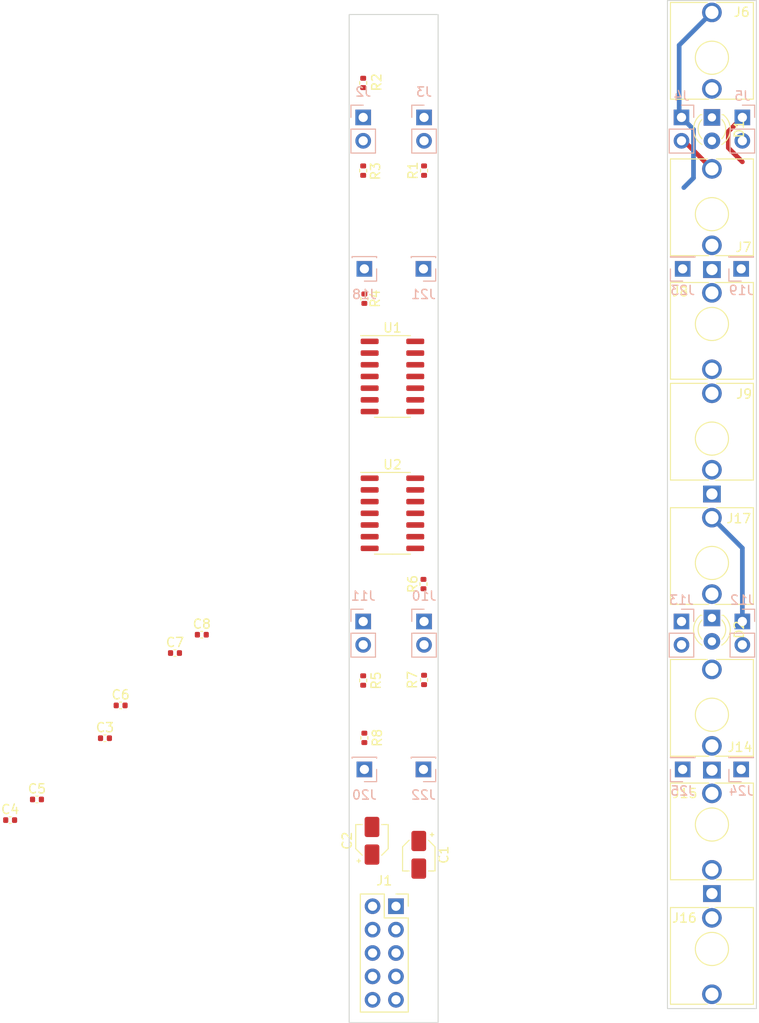
<source format=kicad_pcb>
(kicad_pcb (version 20171130) (host pcbnew "(5.1.6-0-10_14)")

  (general
    (thickness 1.6)
    (drawings 2)
    (tracks 22)
    (zones 0)
    (modules 45)
    (nets 29)
  )

  (page A4)
  (layers
    (0 F.Cu signal)
    (31 B.Cu signal)
    (32 B.Adhes user)
    (33 F.Adhes user)
    (34 B.Paste user)
    (35 F.Paste user)
    (36 B.SilkS user)
    (37 F.SilkS user)
    (38 B.Mask user)
    (39 F.Mask user)
    (40 Dwgs.User user)
    (41 Cmts.User user)
    (42 Eco1.User user)
    (43 Eco2.User user)
    (44 Edge.Cuts user)
    (45 Margin user)
    (46 B.CrtYd user)
    (47 F.CrtYd user)
    (48 B.Fab user hide)
    (49 F.Fab user hide)
  )

  (setup
    (last_trace_width 0.508)
    (user_trace_width 0.508)
    (trace_clearance 0.2)
    (zone_clearance 0.508)
    (zone_45_only no)
    (trace_min 0.2)
    (via_size 0.8)
    (via_drill 0.4)
    (via_min_size 0.5)
    (via_min_drill 0.3)
    (uvia_size 0.3)
    (uvia_drill 0.1)
    (uvias_allowed no)
    (uvia_min_size 0.2)
    (uvia_min_drill 0.1)
    (edge_width 0.05)
    (segment_width 0.2)
    (pcb_text_width 0.3)
    (pcb_text_size 1.5 1.5)
    (mod_edge_width 0.12)
    (mod_text_size 1 1)
    (mod_text_width 0.15)
    (pad_size 1.93 1.83)
    (pad_drill 1.22)
    (pad_to_mask_clearance 0.05)
    (aux_axis_origin 0 0)
    (visible_elements FFFFFF7F)
    (pcbplotparams
      (layerselection 0x010fc_ffffffff)
      (usegerberextensions false)
      (usegerberattributes true)
      (usegerberadvancedattributes true)
      (creategerberjobfile true)
      (excludeedgelayer true)
      (linewidth 0.100000)
      (plotframeref false)
      (viasonmask false)
      (mode 1)
      (useauxorigin false)
      (hpglpennumber 1)
      (hpglpenspeed 20)
      (hpglpendiameter 15.000000)
      (psnegative false)
      (psa4output false)
      (plotreference true)
      (plotvalue true)
      (plotinvisibletext false)
      (padsonsilk false)
      (subtractmaskfromsilk false)
      (outputformat 1)
      (mirror false)
      (drillshape 1)
      (scaleselection 1)
      (outputdirectory ""))
  )

  (net 0 "")
  (net 1 /IN_A)
  (net 2 GND)
  (net 3 /A)
  (net 4 /B)
  (net 5 /C)
  (net 6 /IN_B)
  (net 7 /E)
  (net 8 "Net-(J6-PadTN)")
  (net 9 /F)
  (net 10 "Net-(J7-PadTN)")
  (net 11 /G)
  (net 12 "Net-(J8-PadTN)")
  (net 13 "Net-(R4-Pad2)")
  (net 14 /-12V)
  (net 15 "Net-(R3-Pad2)")
  (net 16 "Net-(R2-Pad2)")
  (net 17 /+12V)
  (net 18 "Net-(R1-Pad2)")
  (net 19 "Net-(R8-Pad2)")
  (net 20 "Net-(R7-Pad2)")
  (net 21 "Net-(R6-Pad2)")
  (net 22 "Net-(R5-Pad2)")
  (net 23 /LED_A)
  (net 24 /LED_B)
  (net 25 "Net-(J9-PadTN)")
  (net 26 "Net-(J14-PadTN)")
  (net 27 "Net-(J15-PadTN)")
  (net 28 "Net-(J16-PadTN)")

  (net_class Default "This is the default net class."
    (clearance 0.2)
    (trace_width 0.508)
    (via_dia 0.8)
    (via_drill 0.4)
    (uvia_dia 0.3)
    (uvia_drill 0.1)
    (add_net /+12V)
    (add_net /-12V)
    (add_net /A)
    (add_net /B)
    (add_net /C)
    (add_net /E)
    (add_net /F)
    (add_net /G)
    (add_net /IN_A)
    (add_net /IN_B)
    (add_net /LED_A)
    (add_net /LED_B)
    (add_net GND)
    (add_net "Net-(J14-PadTN)")
    (add_net "Net-(J15-PadTN)")
    (add_net "Net-(J16-PadTN)")
    (add_net "Net-(J6-PadTN)")
    (add_net "Net-(J7-PadTN)")
    (add_net "Net-(J8-PadTN)")
    (add_net "Net-(J9-PadTN)")
    (add_net "Net-(R1-Pad2)")
    (add_net "Net-(R2-Pad2)")
    (add_net "Net-(R3-Pad2)")
    (add_net "Net-(R4-Pad2)")
    (add_net "Net-(R5-Pad2)")
    (add_net "Net-(R6-Pad2)")
    (add_net "Net-(R7-Pad2)")
    (add_net "Net-(R8-Pad2)")
  )

  (module Connector_PinHeader_2.54mm:PinHeader_1x02_P2.54mm_Vertical (layer B.Cu) (tedit 59FED5CC) (tstamp 602B754C)
    (at 148.844 94.615 180)
    (descr "Through hole straight pin header, 1x02, 2.54mm pitch, single row")
    (tags "Through hole pin header THT 1x02 2.54mm single row")
    (path /602C113E)
    (fp_text reference J13 (at 0 2.33) (layer B.SilkS)
      (effects (font (size 1 1) (thickness 0.15)) (justify mirror))
    )
    (fp_text value Conn_01x02_Male (at 0 -4.87) (layer B.Fab)
      (effects (font (size 1 1) (thickness 0.15)) (justify mirror))
    )
    (fp_text user %R (at 0 -1.27 270) (layer B.Fab)
      (effects (font (size 1 1) (thickness 0.15)) (justify mirror))
    )
    (fp_line (start -0.635 1.27) (end 1.27 1.27) (layer B.Fab) (width 0.1))
    (fp_line (start 1.27 1.27) (end 1.27 -3.81) (layer B.Fab) (width 0.1))
    (fp_line (start 1.27 -3.81) (end -1.27 -3.81) (layer B.Fab) (width 0.1))
    (fp_line (start -1.27 -3.81) (end -1.27 0.635) (layer B.Fab) (width 0.1))
    (fp_line (start -1.27 0.635) (end -0.635 1.27) (layer B.Fab) (width 0.1))
    (fp_line (start -1.33 -3.87) (end 1.33 -3.87) (layer B.SilkS) (width 0.12))
    (fp_line (start -1.33 -1.27) (end -1.33 -3.87) (layer B.SilkS) (width 0.12))
    (fp_line (start 1.33 -1.27) (end 1.33 -3.87) (layer B.SilkS) (width 0.12))
    (fp_line (start -1.33 -1.27) (end 1.33 -1.27) (layer B.SilkS) (width 0.12))
    (fp_line (start -1.33 0) (end -1.33 1.33) (layer B.SilkS) (width 0.12))
    (fp_line (start -1.33 1.33) (end 0 1.33) (layer B.SilkS) (width 0.12))
    (fp_line (start -1.8 1.8) (end -1.8 -4.35) (layer B.CrtYd) (width 0.05))
    (fp_line (start -1.8 -4.35) (end 1.8 -4.35) (layer B.CrtYd) (width 0.05))
    (fp_line (start 1.8 -4.35) (end 1.8 1.8) (layer B.CrtYd) (width 0.05))
    (fp_line (start 1.8 1.8) (end -1.8 1.8) (layer B.CrtYd) (width 0.05))
    (pad 2 thru_hole oval (at 0 -2.54 180) (size 1.7 1.7) (drill 1) (layers *.Cu *.Mask)
      (net 11 /G))
    (pad 1 thru_hole rect (at 0 0 180) (size 1.7 1.7) (drill 1) (layers *.Cu *.Mask)
      (net 9 /F))
    (model ${KISYS3DMOD}/Connector_PinHeader_2.54mm.3dshapes/PinHeader_1x02_P2.54mm_Vertical.wrl
      (at (xyz 0 0 0))
      (scale (xyz 1 1 1))
      (rotate (xyz 0 0 0))
    )
  )

  (module Connector_PinHeader_2.54mm:PinHeader_1x02_P2.54mm_Vertical (layer B.Cu) (tedit 59FED5CC) (tstamp 602B4FB9)
    (at 155.448 94.615 180)
    (descr "Through hole straight pin header, 1x02, 2.54mm pitch, single row")
    (tags "Through hole pin header THT 1x02 2.54mm single row")
    (path /602BC1E0)
    (fp_text reference J12 (at 0 2.33) (layer B.SilkS)
      (effects (font (size 1 1) (thickness 0.15)) (justify mirror))
    )
    (fp_text value Conn_01x02_Male (at 0 -4.87) (layer B.Fab)
      (effects (font (size 1 1) (thickness 0.15)) (justify mirror))
    )
    (fp_text user %R (at 0 -1.27 270) (layer B.Fab)
      (effects (font (size 1 1) (thickness 0.15)) (justify mirror))
    )
    (fp_line (start -0.635 1.27) (end 1.27 1.27) (layer B.Fab) (width 0.1))
    (fp_line (start 1.27 1.27) (end 1.27 -3.81) (layer B.Fab) (width 0.1))
    (fp_line (start 1.27 -3.81) (end -1.27 -3.81) (layer B.Fab) (width 0.1))
    (fp_line (start -1.27 -3.81) (end -1.27 0.635) (layer B.Fab) (width 0.1))
    (fp_line (start -1.27 0.635) (end -0.635 1.27) (layer B.Fab) (width 0.1))
    (fp_line (start -1.33 -3.87) (end 1.33 -3.87) (layer B.SilkS) (width 0.12))
    (fp_line (start -1.33 -1.27) (end -1.33 -3.87) (layer B.SilkS) (width 0.12))
    (fp_line (start 1.33 -1.27) (end 1.33 -3.87) (layer B.SilkS) (width 0.12))
    (fp_line (start -1.33 -1.27) (end 1.33 -1.27) (layer B.SilkS) (width 0.12))
    (fp_line (start -1.33 0) (end -1.33 1.33) (layer B.SilkS) (width 0.12))
    (fp_line (start -1.33 1.33) (end 0 1.33) (layer B.SilkS) (width 0.12))
    (fp_line (start -1.8 1.8) (end -1.8 -4.35) (layer B.CrtYd) (width 0.05))
    (fp_line (start -1.8 -4.35) (end 1.8 -4.35) (layer B.CrtYd) (width 0.05))
    (fp_line (start 1.8 -4.35) (end 1.8 1.8) (layer B.CrtYd) (width 0.05))
    (fp_line (start 1.8 1.8) (end -1.8 1.8) (layer B.CrtYd) (width 0.05))
    (pad 2 thru_hole oval (at 0 -2.54 180) (size 1.7 1.7) (drill 1) (layers *.Cu *.Mask)
      (net 7 /E))
    (pad 1 thru_hole rect (at 0 0 180) (size 1.7 1.7) (drill 1) (layers *.Cu *.Mask)
      (net 6 /IN_B))
    (model ${KISYS3DMOD}/Connector_PinHeader_2.54mm.3dshapes/PinHeader_1x02_P2.54mm_Vertical.wrl
      (at (xyz 0 0 0))
      (scale (xyz 1 1 1))
      (rotate (xyz 0 0 0))
    )
  )

  (module Connector_PinHeader_2.54mm:PinHeader_1x02_P2.54mm_Vertical (layer B.Cu) (tedit 59FED5CC) (tstamp 602A50A2)
    (at 155.448 39.878 180)
    (descr "Through hole straight pin header, 1x02, 2.54mm pitch, single row")
    (tags "Through hole pin header THT 1x02 2.54mm single row")
    (path /6045F2DB)
    (fp_text reference J5 (at 0 2.33) (layer B.SilkS)
      (effects (font (size 1 1) (thickness 0.15)) (justify mirror))
    )
    (fp_text value Conn_01x02_Male (at 0 -4.87) (layer B.Fab)
      (effects (font (size 1 1) (thickness 0.15)) (justify mirror))
    )
    (fp_text user %R (at 0 -1.27 270) (layer B.Fab)
      (effects (font (size 1 1) (thickness 0.15)) (justify mirror))
    )
    (fp_line (start -0.635 1.27) (end 1.27 1.27) (layer B.Fab) (width 0.1))
    (fp_line (start 1.27 1.27) (end 1.27 -3.81) (layer B.Fab) (width 0.1))
    (fp_line (start 1.27 -3.81) (end -1.27 -3.81) (layer B.Fab) (width 0.1))
    (fp_line (start -1.27 -3.81) (end -1.27 0.635) (layer B.Fab) (width 0.1))
    (fp_line (start -1.27 0.635) (end -0.635 1.27) (layer B.Fab) (width 0.1))
    (fp_line (start -1.33 -3.87) (end 1.33 -3.87) (layer B.SilkS) (width 0.12))
    (fp_line (start -1.33 -1.27) (end -1.33 -3.87) (layer B.SilkS) (width 0.12))
    (fp_line (start 1.33 -1.27) (end 1.33 -3.87) (layer B.SilkS) (width 0.12))
    (fp_line (start -1.33 -1.27) (end 1.33 -1.27) (layer B.SilkS) (width 0.12))
    (fp_line (start -1.33 0) (end -1.33 1.33) (layer B.SilkS) (width 0.12))
    (fp_line (start -1.33 1.33) (end 0 1.33) (layer B.SilkS) (width 0.12))
    (fp_line (start -1.8 1.8) (end -1.8 -4.35) (layer B.CrtYd) (width 0.05))
    (fp_line (start -1.8 -4.35) (end 1.8 -4.35) (layer B.CrtYd) (width 0.05))
    (fp_line (start 1.8 -4.35) (end 1.8 1.8) (layer B.CrtYd) (width 0.05))
    (fp_line (start 1.8 1.8) (end -1.8 1.8) (layer B.CrtYd) (width 0.05))
    (pad 2 thru_hole oval (at 0 -2.54 180) (size 1.7 1.7) (drill 1) (layers *.Cu *.Mask)
      (net 5 /C))
    (pad 1 thru_hole rect (at 0 0 180) (size 1.7 1.7) (drill 1) (layers *.Cu *.Mask)
      (net 4 /B))
    (model ${KISYS3DMOD}/Connector_PinHeader_2.54mm.3dshapes/PinHeader_1x02_P2.54mm_Vertical.wrl
      (at (xyz 0 0 0))
      (scale (xyz 1 1 1))
      (rotate (xyz 0 0 0))
    )
  )

  (module Connector_PinHeader_2.54mm:PinHeader_1x02_P2.54mm_Vertical (layer B.Cu) (tedit 59FED5CC) (tstamp 602A33EF)
    (at 148.844 39.878 180)
    (descr "Through hole straight pin header, 1x02, 2.54mm pitch, single row")
    (tags "Through hole pin header THT 1x02 2.54mm single row")
    (path /6045C328)
    (fp_text reference J4 (at 0 2.33) (layer B.SilkS)
      (effects (font (size 1 1) (thickness 0.15)) (justify mirror))
    )
    (fp_text value Conn_01x02_Male (at 0 -4.87) (layer B.Fab)
      (effects (font (size 1 1) (thickness 0.15)) (justify mirror))
    )
    (fp_text user %R (at 0 -1.27 270) (layer B.Fab)
      (effects (font (size 1 1) (thickness 0.15)) (justify mirror))
    )
    (fp_line (start -0.635 1.27) (end 1.27 1.27) (layer B.Fab) (width 0.1))
    (fp_line (start 1.27 1.27) (end 1.27 -3.81) (layer B.Fab) (width 0.1))
    (fp_line (start 1.27 -3.81) (end -1.27 -3.81) (layer B.Fab) (width 0.1))
    (fp_line (start -1.27 -3.81) (end -1.27 0.635) (layer B.Fab) (width 0.1))
    (fp_line (start -1.27 0.635) (end -0.635 1.27) (layer B.Fab) (width 0.1))
    (fp_line (start -1.33 -3.87) (end 1.33 -3.87) (layer B.SilkS) (width 0.12))
    (fp_line (start -1.33 -1.27) (end -1.33 -3.87) (layer B.SilkS) (width 0.12))
    (fp_line (start 1.33 -1.27) (end 1.33 -3.87) (layer B.SilkS) (width 0.12))
    (fp_line (start -1.33 -1.27) (end 1.33 -1.27) (layer B.SilkS) (width 0.12))
    (fp_line (start -1.33 0) (end -1.33 1.33) (layer B.SilkS) (width 0.12))
    (fp_line (start -1.33 1.33) (end 0 1.33) (layer B.SilkS) (width 0.12))
    (fp_line (start -1.8 1.8) (end -1.8 -4.35) (layer B.CrtYd) (width 0.05))
    (fp_line (start -1.8 -4.35) (end 1.8 -4.35) (layer B.CrtYd) (width 0.05))
    (fp_line (start 1.8 -4.35) (end 1.8 1.8) (layer B.CrtYd) (width 0.05))
    (fp_line (start 1.8 1.8) (end -1.8 1.8) (layer B.CrtYd) (width 0.05))
    (pad 2 thru_hole oval (at 0 -2.54 180) (size 1.7 1.7) (drill 1) (layers *.Cu *.Mask)
      (net 3 /A))
    (pad 1 thru_hole rect (at 0 0 180) (size 1.7 1.7) (drill 1) (layers *.Cu *.Mask)
      (net 1 /IN_A))
    (model ${KISYS3DMOD}/Connector_PinHeader_2.54mm.3dshapes/PinHeader_1x02_P2.54mm_Vertical.wrl
      (at (xyz 0 0 0))
      (scale (xyz 1 1 1))
      (rotate (xyz 0 0 0))
    )
  )

  (module Connector_PinHeader_2.54mm:PinHeader_1x01_P2.54mm_Vertical (layer B.Cu) (tedit 59FED5CC) (tstamp 602BE859)
    (at 155.321 110.6805)
    (descr "Through hole straight pin header, 1x01, 2.54mm pitch, single row")
    (tags "Through hole pin header THT 1x01 2.54mm single row")
    (path /603078AA)
    (fp_text reference J24 (at 0 2.33) (layer B.SilkS)
      (effects (font (size 1 1) (thickness 0.15)) (justify mirror))
    )
    (fp_text value Conn_01x01_Male (at 0 -2.33) (layer B.Fab)
      (effects (font (size 1 1) (thickness 0.15)) (justify mirror))
    )
    (fp_text user %R (at 0 0 -90) (layer B.Fab)
      (effects (font (size 1 1) (thickness 0.15)) (justify mirror))
    )
    (fp_line (start -0.635 1.27) (end 1.27 1.27) (layer B.Fab) (width 0.1))
    (fp_line (start 1.27 1.27) (end 1.27 -1.27) (layer B.Fab) (width 0.1))
    (fp_line (start 1.27 -1.27) (end -1.27 -1.27) (layer B.Fab) (width 0.1))
    (fp_line (start -1.27 -1.27) (end -1.27 0.635) (layer B.Fab) (width 0.1))
    (fp_line (start -1.27 0.635) (end -0.635 1.27) (layer B.Fab) (width 0.1))
    (fp_line (start -1.33 -1.33) (end 1.33 -1.33) (layer B.SilkS) (width 0.12))
    (fp_line (start -1.33 -1.27) (end -1.33 -1.33) (layer B.SilkS) (width 0.12))
    (fp_line (start 1.33 -1.27) (end 1.33 -1.33) (layer B.SilkS) (width 0.12))
    (fp_line (start -1.33 -1.27) (end 1.33 -1.27) (layer B.SilkS) (width 0.12))
    (fp_line (start -1.33 0) (end -1.33 1.33) (layer B.SilkS) (width 0.12))
    (fp_line (start -1.33 1.33) (end 0 1.33) (layer B.SilkS) (width 0.12))
    (fp_line (start -1.8 1.8) (end -1.8 -1.8) (layer B.CrtYd) (width 0.05))
    (fp_line (start -1.8 -1.8) (end 1.8 -1.8) (layer B.CrtYd) (width 0.05))
    (fp_line (start 1.8 -1.8) (end 1.8 1.8) (layer B.CrtYd) (width 0.05))
    (fp_line (start 1.8 1.8) (end -1.8 1.8) (layer B.CrtYd) (width 0.05))
    (pad 1 thru_hole rect (at 0 0) (size 1.7 1.7) (drill 1) (layers *.Cu *.Mask)
      (net 24 /LED_B))
    (model ${KISYS3DMOD}/Connector_PinHeader_2.54mm.3dshapes/PinHeader_1x01_P2.54mm_Vertical.wrl
      (at (xyz 0 0 0))
      (scale (xyz 1 1 1))
      (rotate (xyz 0 0 0))
    )
  )

  (module Connector_PinHeader_2.54mm:PinHeader_1x01_P2.54mm_Vertical (layer B.Cu) (tedit 59FED5CC) (tstamp 602BE7AA)
    (at 155.321 56.3245)
    (descr "Through hole straight pin header, 1x01, 2.54mm pitch, single row")
    (tags "Through hole pin header THT 1x01 2.54mm single row")
    (path /6030426C)
    (fp_text reference J19 (at 0 2.33) (layer B.SilkS)
      (effects (font (size 1 1) (thickness 0.15)) (justify mirror))
    )
    (fp_text value Conn_01x01_Male (at 0 -2.33) (layer B.Fab)
      (effects (font (size 1 1) (thickness 0.15)) (justify mirror))
    )
    (fp_text user %R (at 0 0 -90) (layer B.Fab)
      (effects (font (size 1 1) (thickness 0.15)) (justify mirror))
    )
    (fp_line (start -0.635 1.27) (end 1.27 1.27) (layer B.Fab) (width 0.1))
    (fp_line (start 1.27 1.27) (end 1.27 -1.27) (layer B.Fab) (width 0.1))
    (fp_line (start 1.27 -1.27) (end -1.27 -1.27) (layer B.Fab) (width 0.1))
    (fp_line (start -1.27 -1.27) (end -1.27 0.635) (layer B.Fab) (width 0.1))
    (fp_line (start -1.27 0.635) (end -0.635 1.27) (layer B.Fab) (width 0.1))
    (fp_line (start -1.33 -1.33) (end 1.33 -1.33) (layer B.SilkS) (width 0.12))
    (fp_line (start -1.33 -1.27) (end -1.33 -1.33) (layer B.SilkS) (width 0.12))
    (fp_line (start 1.33 -1.27) (end 1.33 -1.33) (layer B.SilkS) (width 0.12))
    (fp_line (start -1.33 -1.27) (end 1.33 -1.27) (layer B.SilkS) (width 0.12))
    (fp_line (start -1.33 0) (end -1.33 1.33) (layer B.SilkS) (width 0.12))
    (fp_line (start -1.33 1.33) (end 0 1.33) (layer B.SilkS) (width 0.12))
    (fp_line (start -1.8 1.8) (end -1.8 -1.8) (layer B.CrtYd) (width 0.05))
    (fp_line (start -1.8 -1.8) (end 1.8 -1.8) (layer B.CrtYd) (width 0.05))
    (fp_line (start 1.8 -1.8) (end 1.8 1.8) (layer B.CrtYd) (width 0.05))
    (fp_line (start 1.8 1.8) (end -1.8 1.8) (layer B.CrtYd) (width 0.05))
    (pad 1 thru_hole rect (at 0 0) (size 1.7 1.7) (drill 1) (layers *.Cu *.Mask)
      (net 23 /LED_A))
    (model ${KISYS3DMOD}/Connector_PinHeader_2.54mm.3dshapes/PinHeader_1x01_P2.54mm_Vertical.wrl
      (at (xyz 0 0 0))
      (scale (xyz 1 1 1))
      (rotate (xyz 0 0 0))
    )
  )

  (module Connector_PinHeader_2.54mm:PinHeader_1x01_P2.54mm_Vertical (layer B.Cu) (tedit 59FED5CC) (tstamp 602BD60E)
    (at 148.971 110.6805)
    (descr "Through hole straight pin header, 1x01, 2.54mm pitch, single row")
    (tags "Through hole pin header THT 1x01 2.54mm single row")
    (path /6035625F)
    (fp_text reference J25 (at 0 2.33) (layer B.SilkS)
      (effects (font (size 1 1) (thickness 0.15)) (justify mirror))
    )
    (fp_text value Conn_01x01_Male (at 0 -2.33) (layer B.Fab)
      (effects (font (size 1 1) (thickness 0.15)) (justify mirror))
    )
    (fp_text user %R (at 0 0 -90) (layer B.Fab)
      (effects (font (size 1 1) (thickness 0.15)) (justify mirror))
    )
    (fp_line (start -0.635 1.27) (end 1.27 1.27) (layer B.Fab) (width 0.1))
    (fp_line (start 1.27 1.27) (end 1.27 -1.27) (layer B.Fab) (width 0.1))
    (fp_line (start 1.27 -1.27) (end -1.27 -1.27) (layer B.Fab) (width 0.1))
    (fp_line (start -1.27 -1.27) (end -1.27 0.635) (layer B.Fab) (width 0.1))
    (fp_line (start -1.27 0.635) (end -0.635 1.27) (layer B.Fab) (width 0.1))
    (fp_line (start -1.33 -1.33) (end 1.33 -1.33) (layer B.SilkS) (width 0.12))
    (fp_line (start -1.33 -1.27) (end -1.33 -1.33) (layer B.SilkS) (width 0.12))
    (fp_line (start 1.33 -1.27) (end 1.33 -1.33) (layer B.SilkS) (width 0.12))
    (fp_line (start -1.33 -1.27) (end 1.33 -1.27) (layer B.SilkS) (width 0.12))
    (fp_line (start -1.33 0) (end -1.33 1.33) (layer B.SilkS) (width 0.12))
    (fp_line (start -1.33 1.33) (end 0 1.33) (layer B.SilkS) (width 0.12))
    (fp_line (start -1.8 1.8) (end -1.8 -1.8) (layer B.CrtYd) (width 0.05))
    (fp_line (start -1.8 -1.8) (end 1.8 -1.8) (layer B.CrtYd) (width 0.05))
    (fp_line (start 1.8 -1.8) (end 1.8 1.8) (layer B.CrtYd) (width 0.05))
    (fp_line (start 1.8 1.8) (end -1.8 1.8) (layer B.CrtYd) (width 0.05))
    (pad 1 thru_hole rect (at 0 0) (size 1.7 1.7) (drill 1) (layers *.Cu *.Mask)
      (net 2 GND))
    (model ${KISYS3DMOD}/Connector_PinHeader_2.54mm.3dshapes/PinHeader_1x01_P2.54mm_Vertical.wrl
      (at (xyz 0 0 0))
      (scale (xyz 1 1 1))
      (rotate (xyz 0 0 0))
    )
  )

  (module Connector_PinHeader_2.54mm:PinHeader_1x01_P2.54mm_Vertical (layer B.Cu) (tedit 59FED5CC) (tstamp 602BD5F9)
    (at 148.971 56.3245)
    (descr "Through hole straight pin header, 1x01, 2.54mm pitch, single row")
    (tags "Through hole pin header THT 1x01 2.54mm single row")
    (path /60346FE7)
    (fp_text reference J23 (at 0 2.33) (layer B.SilkS)
      (effects (font (size 1 1) (thickness 0.15)) (justify mirror))
    )
    (fp_text value Conn_01x01_Male (at 0 -2.33) (layer B.Fab)
      (effects (font (size 1 1) (thickness 0.15)) (justify mirror))
    )
    (fp_text user %R (at 0 0 -90) (layer B.Fab)
      (effects (font (size 1 1) (thickness 0.15)) (justify mirror))
    )
    (fp_line (start -0.635 1.27) (end 1.27 1.27) (layer B.Fab) (width 0.1))
    (fp_line (start 1.27 1.27) (end 1.27 -1.27) (layer B.Fab) (width 0.1))
    (fp_line (start 1.27 -1.27) (end -1.27 -1.27) (layer B.Fab) (width 0.1))
    (fp_line (start -1.27 -1.27) (end -1.27 0.635) (layer B.Fab) (width 0.1))
    (fp_line (start -1.27 0.635) (end -0.635 1.27) (layer B.Fab) (width 0.1))
    (fp_line (start -1.33 -1.33) (end 1.33 -1.33) (layer B.SilkS) (width 0.12))
    (fp_line (start -1.33 -1.27) (end -1.33 -1.33) (layer B.SilkS) (width 0.12))
    (fp_line (start 1.33 -1.27) (end 1.33 -1.33) (layer B.SilkS) (width 0.12))
    (fp_line (start -1.33 -1.27) (end 1.33 -1.27) (layer B.SilkS) (width 0.12))
    (fp_line (start -1.33 0) (end -1.33 1.33) (layer B.SilkS) (width 0.12))
    (fp_line (start -1.33 1.33) (end 0 1.33) (layer B.SilkS) (width 0.12))
    (fp_line (start -1.8 1.8) (end -1.8 -1.8) (layer B.CrtYd) (width 0.05))
    (fp_line (start -1.8 -1.8) (end 1.8 -1.8) (layer B.CrtYd) (width 0.05))
    (fp_line (start 1.8 -1.8) (end 1.8 1.8) (layer B.CrtYd) (width 0.05))
    (fp_line (start 1.8 1.8) (end -1.8 1.8) (layer B.CrtYd) (width 0.05))
    (pad 1 thru_hole rect (at 0 0) (size 1.7 1.7) (drill 1) (layers *.Cu *.Mask)
      (net 2 GND))
    (model ${KISYS3DMOD}/Connector_PinHeader_2.54mm.3dshapes/PinHeader_1x01_P2.54mm_Vertical.wrl
      (at (xyz 0 0 0))
      (scale (xyz 1 1 1))
      (rotate (xyz 0 0 0))
    )
  )

  (module Connector_PinSocket_2.54mm:PinSocket_1x01_P2.54mm_Vertical (layer B.Cu) (tedit 5A19A434) (tstamp 602BD994)
    (at 120.8405 110.6805)
    (descr "Through hole straight socket strip, 1x01, 2.54mm pitch, single row (from Kicad 4.0.7), script generated")
    (tags "Through hole socket strip THT 1x01 2.54mm single row")
    (path /60308D84)
    (fp_text reference J22 (at 0 2.77) (layer B.SilkS)
      (effects (font (size 1 1) (thickness 0.15)) (justify mirror))
    )
    (fp_text value Conn_01x01_Female (at 0 -2.77) (layer B.Fab)
      (effects (font (size 1 1) (thickness 0.15)) (justify mirror))
    )
    (fp_text user %R (at 0 0) (layer B.Fab)
      (effects (font (size 1 1) (thickness 0.15)) (justify mirror))
    )
    (fp_line (start -1.27 1.27) (end 0.635 1.27) (layer B.Fab) (width 0.1))
    (fp_line (start 0.635 1.27) (end 1.27 0.635) (layer B.Fab) (width 0.1))
    (fp_line (start 1.27 0.635) (end 1.27 -1.27) (layer B.Fab) (width 0.1))
    (fp_line (start 1.27 -1.27) (end -1.27 -1.27) (layer B.Fab) (width 0.1))
    (fp_line (start -1.27 -1.27) (end -1.27 1.27) (layer B.Fab) (width 0.1))
    (fp_line (start -1.33 -1.33) (end 1.33 -1.33) (layer B.SilkS) (width 0.12))
    (fp_line (start -1.33 -1.21) (end -1.33 -1.33) (layer B.SilkS) (width 0.12))
    (fp_line (start 1.33 -1.21) (end 1.33 -1.33) (layer B.SilkS) (width 0.12))
    (fp_line (start 1.33 1.33) (end 1.33 0) (layer B.SilkS) (width 0.12))
    (fp_line (start 0 1.33) (end 1.33 1.33) (layer B.SilkS) (width 0.12))
    (fp_line (start -1.8 1.8) (end 1.75 1.8) (layer B.CrtYd) (width 0.05))
    (fp_line (start 1.75 1.8) (end 1.75 -1.75) (layer B.CrtYd) (width 0.05))
    (fp_line (start 1.75 -1.75) (end -1.8 -1.75) (layer B.CrtYd) (width 0.05))
    (fp_line (start -1.8 -1.75) (end -1.8 1.8) (layer B.CrtYd) (width 0.05))
    (pad 1 thru_hole rect (at 0 0) (size 1.7 1.7) (drill 1) (layers *.Cu *.Mask)
      (net 2 GND))
    (model ${KISYS3DMOD}/Connector_PinSocket_2.54mm.3dshapes/PinSocket_1x01_P2.54mm_Vertical.wrl
      (at (xyz 0 0 0))
      (scale (xyz 1 1 1))
      (rotate (xyz 0 0 0))
    )
  )

  (module Connector_PinSocket_2.54mm:PinSocket_1x01_P2.54mm_Vertical (layer B.Cu) (tedit 5A19A434) (tstamp 602B970F)
    (at 120.8405 56.3245)
    (descr "Through hole straight socket strip, 1x01, 2.54mm pitch, single row (from Kicad 4.0.7), script generated")
    (tags "Through hole socket strip THT 1x01 2.54mm single row")
    (path /6030954E)
    (fp_text reference J21 (at 0 2.77) (layer B.SilkS)
      (effects (font (size 1 1) (thickness 0.15)) (justify mirror))
    )
    (fp_text value Conn_01x01_Female (at 0 -2.77) (layer B.Fab)
      (effects (font (size 1 1) (thickness 0.15)) (justify mirror))
    )
    (fp_text user %R (at 0 0) (layer B.Fab)
      (effects (font (size 1 1) (thickness 0.15)) (justify mirror))
    )
    (fp_line (start -1.27 1.27) (end 0.635 1.27) (layer B.Fab) (width 0.1))
    (fp_line (start 0.635 1.27) (end 1.27 0.635) (layer B.Fab) (width 0.1))
    (fp_line (start 1.27 0.635) (end 1.27 -1.27) (layer B.Fab) (width 0.1))
    (fp_line (start 1.27 -1.27) (end -1.27 -1.27) (layer B.Fab) (width 0.1))
    (fp_line (start -1.27 -1.27) (end -1.27 1.27) (layer B.Fab) (width 0.1))
    (fp_line (start -1.33 -1.33) (end 1.33 -1.33) (layer B.SilkS) (width 0.12))
    (fp_line (start -1.33 -1.21) (end -1.33 -1.33) (layer B.SilkS) (width 0.12))
    (fp_line (start 1.33 -1.21) (end 1.33 -1.33) (layer B.SilkS) (width 0.12))
    (fp_line (start 1.33 1.33) (end 1.33 0) (layer B.SilkS) (width 0.12))
    (fp_line (start 0 1.33) (end 1.33 1.33) (layer B.SilkS) (width 0.12))
    (fp_line (start -1.8 1.8) (end 1.75 1.8) (layer B.CrtYd) (width 0.05))
    (fp_line (start 1.75 1.8) (end 1.75 -1.75) (layer B.CrtYd) (width 0.05))
    (fp_line (start 1.75 -1.75) (end -1.8 -1.75) (layer B.CrtYd) (width 0.05))
    (fp_line (start -1.8 -1.75) (end -1.8 1.8) (layer B.CrtYd) (width 0.05))
    (pad 1 thru_hole rect (at 0 0) (size 1.7 1.7) (drill 1) (layers *.Cu *.Mask)
      (net 2 GND))
    (model ${KISYS3DMOD}/Connector_PinSocket_2.54mm.3dshapes/PinSocket_1x01_P2.54mm_Vertical.wrl
      (at (xyz 0 0 0))
      (scale (xyz 1 1 1))
      (rotate (xyz 0 0 0))
    )
  )

  (module Connector_Audio:RAF__Jack_3.5mm_QingPu_WQP-PJ398SM_Vertical_CircularHoles (layer F.Cu) (tedit 60283A20) (tstamp 602A77DC)
    (at 152.146 56.866 180)
    (descr "TRS 3.5mm, vertical, Thonkiconn, PCB mount, (http://www.qingpu-electronics.com/en/products/WQP-PJ398SM-362.html)")
    (tags "WQP-PJ398SM WQP-PJ301M-12 TRS 3.5mm mono vertical jack thonkiconn qingpu")
    (path /60283EFA)
    (fp_text reference J7 (at -3.429 2.891 180) (layer F.SilkS)
      (effects (font (size 1 1) (thickness 0.15)))
    )
    (fp_text value Thonkiconn (at 0 5 180) (layer F.Fab)
      (effects (font (size 1 1) (thickness 0.15)))
    )
    (fp_line (start 0 0) (end 0 2.03) (layer F.Fab) (width 0.1))
    (fp_circle (center 0 6.48) (end 1.8 6.48) (layer F.Fab) (width 0.1))
    (fp_line (start 4.5 2.03) (end -4.5 2.03) (layer F.Fab) (width 0.1))
    (fp_line (start 4.5 12.48) (end -4.5 12.48) (layer F.Fab) (width 0.1))
    (fp_line (start 4.5 12.48) (end 4.5 2.08) (layer F.Fab) (width 0.1))
    (fp_circle (center 0 6.48) (end 1.8 6.48) (layer F.SilkS) (width 0.12))
    (fp_line (start -0.35 1.98) (end -4.5 1.98) (layer F.SilkS) (width 0.12))
    (fp_line (start 4.5 1.98) (end 0.35 1.98) (layer F.SilkS) (width 0.12))
    (fp_line (start -0.5 12.48) (end -4.5 12.48) (layer F.SilkS) (width 0.12))
    (fp_line (start 4.5 12.48) (end 0.5 12.48) (layer F.SilkS) (width 0.12))
    (fp_line (start -1.41 6.02) (end -0.46 5.07) (layer Dwgs.User) (width 0.12))
    (fp_line (start -1.42 6.875) (end 0.4 5.06) (layer Dwgs.User) (width 0.12))
    (fp_line (start -1.07 7.49) (end 1.01 5.41) (layer Dwgs.User) (width 0.12))
    (fp_line (start -0.58 7.83) (end 1.36 5.89) (layer Dwgs.User) (width 0.12))
    (fp_line (start 0.09 7.96) (end 1.48 6.57) (layer Dwgs.User) (width 0.12))
    (fp_circle (center 0 6.48) (end 1.5 6.48) (layer Dwgs.User) (width 0.12))
    (fp_line (start 4.5 1.98) (end 4.5 12.48) (layer F.SilkS) (width 0.12))
    (fp_line (start -4.5 1.98) (end -4.5 12.48) (layer F.SilkS) (width 0.12))
    (fp_line (start -4.5 12.48) (end -4.5 2.08) (layer F.Fab) (width 0.1))
    (fp_text user KEEPOUT (at 0 6.48) (layer Cmts.User)
      (effects (font (size 0.4 0.4) (thickness 0.051)))
    )
    (fp_text user %R (at 0 8 180) (layer F.Fab)
      (effects (font (size 1 1) (thickness 0.15)))
    )
    (pad TN thru_hole circle (at 0 3.1) (size 2.13 2.13) (drill 1.42) (layers *.Cu *.Mask)
      (net 10 "Net-(J7-PadTN)"))
    (pad S thru_hole rect (at 0 0.4655) (size 1.93 1.83) (drill 1.22) (layers *.Cu *.Mask)
      (net 2 GND))
    (pad T thru_hole circle (at 0 11.4) (size 2.13 2.13) (drill 1.43) (layers *.Cu *.Mask)
      (net 3 /A))
    (model ${KISYS3DMOD}/Connector_Audio.3dshapes/Jack_3.5mm_QingPu_WQP-PJ398SM_Vertical.wrl
      (at (xyz 0 0 0))
      (scale (xyz 1 1 1))
      (rotate (xyz 0 0 0))
    )
  )

  (module Connector_Audio:RAF__Jack_3.5mm_QingPu_WQP-PJ398SM_Vertical_CircularHoles (layer F.Cu) (tedit 60283A20) (tstamp 6029DE5F)
    (at 152.146 81.2375 180)
    (descr "TRS 3.5mm, vertical, Thonkiconn, PCB mount, (http://www.qingpu-electronics.com/en/products/WQP-PJ398SM-362.html)")
    (tags "WQP-PJ398SM WQP-PJ301M-12 TRS 3.5mm mono vertical jack thonkiconn qingpu")
    (path /6028594C)
    (fp_text reference J9 (at -3.4925 11.324 180) (layer F.SilkS)
      (effects (font (size 1 1) (thickness 0.15)))
    )
    (fp_text value Thonkiconn (at 0 5 180) (layer F.Fab)
      (effects (font (size 1 1) (thickness 0.15)))
    )
    (fp_line (start 0 0) (end 0 2.03) (layer F.Fab) (width 0.1))
    (fp_circle (center 0 6.48) (end 1.8 6.48) (layer F.Fab) (width 0.1))
    (fp_line (start 4.5 2.03) (end -4.5 2.03) (layer F.Fab) (width 0.1))
    (fp_line (start 4.5 12.48) (end -4.5 12.48) (layer F.Fab) (width 0.1))
    (fp_line (start 4.5 12.48) (end 4.5 2.08) (layer F.Fab) (width 0.1))
    (fp_circle (center 0 6.48) (end 1.8 6.48) (layer F.SilkS) (width 0.12))
    (fp_line (start -0.35 1.98) (end -4.5 1.98) (layer F.SilkS) (width 0.12))
    (fp_line (start 4.5 1.98) (end 0.35 1.98) (layer F.SilkS) (width 0.12))
    (fp_line (start -0.5 12.48) (end -4.5 12.48) (layer F.SilkS) (width 0.12))
    (fp_line (start 4.5 12.48) (end 0.5 12.48) (layer F.SilkS) (width 0.12))
    (fp_line (start -1.41 6.02) (end -0.46 5.07) (layer Dwgs.User) (width 0.12))
    (fp_line (start -1.42 6.875) (end 0.4 5.06) (layer Dwgs.User) (width 0.12))
    (fp_line (start -1.07 7.49) (end 1.01 5.41) (layer Dwgs.User) (width 0.12))
    (fp_line (start -0.58 7.83) (end 1.36 5.89) (layer Dwgs.User) (width 0.12))
    (fp_line (start 0.09 7.96) (end 1.48 6.57) (layer Dwgs.User) (width 0.12))
    (fp_circle (center 0 6.48) (end 1.5 6.48) (layer Dwgs.User) (width 0.12))
    (fp_line (start 4.5 1.98) (end 4.5 12.48) (layer F.SilkS) (width 0.12))
    (fp_line (start -4.5 1.98) (end -4.5 12.48) (layer F.SilkS) (width 0.12))
    (fp_line (start -4.5 12.48) (end -4.5 2.08) (layer F.Fab) (width 0.1))
    (fp_text user KEEPOUT (at 0 6.48) (layer Cmts.User)
      (effects (font (size 0.4 0.4) (thickness 0.051)))
    )
    (fp_text user %R (at 0 8 180) (layer F.Fab)
      (effects (font (size 1 1) (thickness 0.15)))
    )
    (pad TN thru_hole circle (at 0 3.1) (size 2.13 2.13) (drill 1.42) (layers *.Cu *.Mask)
      (net 25 "Net-(J9-PadTN)"))
    (pad S thru_hole rect (at 0 0.4655) (size 1.93 1.83) (drill 1.22) (layers *.Cu *.Mask)
      (net 2 GND))
    (pad T thru_hole circle (at 0 11.4) (size 2.13 2.13) (drill 1.43) (layers *.Cu *.Mask)
      (net 5 /C))
    (model ${KISYS3DMOD}/Connector_Audio.3dshapes/Jack_3.5mm_QingPu_WQP-PJ398SM_Vertical.wrl
      (at (xyz 0 0 0))
      (scale (xyz 1 1 1))
      (rotate (xyz 0 0 0))
    )
  )

  (module Package_SO:SOIC-14_3.9x8.7mm_P1.27mm (layer F.Cu) (tedit 5D9F72B1) (tstamp 6029BC47)
    (at 117.475 82.8675)
    (descr "SOIC, 14 Pin (JEDEC MS-012AB, https://www.analog.com/media/en/package-pcb-resources/package/pkg_pdf/soic_narrow-r/r_14.pdf), generated with kicad-footprint-generator ipc_gullwing_generator.py")
    (tags "SOIC SO")
    (path /603F9DB7)
    (attr smd)
    (fp_text reference U2 (at 0 -5.28) (layer F.SilkS)
      (effects (font (size 1 1) (thickness 0.15)))
    )
    (fp_text value TL074 (at 0 5.28) (layer F.Fab)
      (effects (font (size 1 1) (thickness 0.15)))
    )
    (fp_line (start 3.7 -4.58) (end -3.7 -4.58) (layer F.CrtYd) (width 0.05))
    (fp_line (start 3.7 4.58) (end 3.7 -4.58) (layer F.CrtYd) (width 0.05))
    (fp_line (start -3.7 4.58) (end 3.7 4.58) (layer F.CrtYd) (width 0.05))
    (fp_line (start -3.7 -4.58) (end -3.7 4.58) (layer F.CrtYd) (width 0.05))
    (fp_line (start -1.95 -3.35) (end -0.975 -4.325) (layer F.Fab) (width 0.1))
    (fp_line (start -1.95 4.325) (end -1.95 -3.35) (layer F.Fab) (width 0.1))
    (fp_line (start 1.95 4.325) (end -1.95 4.325) (layer F.Fab) (width 0.1))
    (fp_line (start 1.95 -4.325) (end 1.95 4.325) (layer F.Fab) (width 0.1))
    (fp_line (start -0.975 -4.325) (end 1.95 -4.325) (layer F.Fab) (width 0.1))
    (fp_line (start 0 -4.435) (end -3.45 -4.435) (layer F.SilkS) (width 0.12))
    (fp_line (start 0 -4.435) (end 1.95 -4.435) (layer F.SilkS) (width 0.12))
    (fp_line (start 0 4.435) (end -1.95 4.435) (layer F.SilkS) (width 0.12))
    (fp_line (start 0 4.435) (end 1.95 4.435) (layer F.SilkS) (width 0.12))
    (fp_text user %R (at 0 0) (layer F.Fab)
      (effects (font (size 0.98 0.98) (thickness 0.15)))
    )
    (pad 14 smd roundrect (at 2.475 -3.81) (size 1.95 0.6) (layers F.Cu F.Paste F.Mask) (roundrect_rratio 0.25)
      (net 19 "Net-(R8-Pad2)"))
    (pad 13 smd roundrect (at 2.475 -2.54) (size 1.95 0.6) (layers F.Cu F.Paste F.Mask) (roundrect_rratio 0.25)
      (net 19 "Net-(R8-Pad2)"))
    (pad 12 smd roundrect (at 2.475 -1.27) (size 1.95 0.6) (layers F.Cu F.Paste F.Mask) (roundrect_rratio 0.25)
      (net 6 /IN_B))
    (pad 11 smd roundrect (at 2.475 0) (size 1.95 0.6) (layers F.Cu F.Paste F.Mask) (roundrect_rratio 0.25)
      (net 14 /-12V))
    (pad 10 smd roundrect (at 2.475 1.27) (size 1.95 0.6) (layers F.Cu F.Paste F.Mask) (roundrect_rratio 0.25)
      (net 6 /IN_B))
    (pad 9 smd roundrect (at 2.475 2.54) (size 1.95 0.6) (layers F.Cu F.Paste F.Mask) (roundrect_rratio 0.25)
      (net 20 "Net-(R7-Pad2)"))
    (pad 8 smd roundrect (at 2.475 3.81) (size 1.95 0.6) (layers F.Cu F.Paste F.Mask) (roundrect_rratio 0.25)
      (net 20 "Net-(R7-Pad2)"))
    (pad 7 smd roundrect (at -2.475 3.81) (size 1.95 0.6) (layers F.Cu F.Paste F.Mask) (roundrect_rratio 0.25)
      (net 21 "Net-(R6-Pad2)"))
    (pad 6 smd roundrect (at -2.475 2.54) (size 1.95 0.6) (layers F.Cu F.Paste F.Mask) (roundrect_rratio 0.25)
      (net 21 "Net-(R6-Pad2)"))
    (pad 5 smd roundrect (at -2.475 1.27) (size 1.95 0.6) (layers F.Cu F.Paste F.Mask) (roundrect_rratio 0.25)
      (net 6 /IN_B))
    (pad 4 smd roundrect (at -2.475 0) (size 1.95 0.6) (layers F.Cu F.Paste F.Mask) (roundrect_rratio 0.25)
      (net 17 /+12V))
    (pad 3 smd roundrect (at -2.475 -1.27) (size 1.95 0.6) (layers F.Cu F.Paste F.Mask) (roundrect_rratio 0.25)
      (net 6 /IN_B))
    (pad 2 smd roundrect (at -2.475 -2.54) (size 1.95 0.6) (layers F.Cu F.Paste F.Mask) (roundrect_rratio 0.25)
      (net 22 "Net-(R5-Pad2)"))
    (pad 1 smd roundrect (at -2.475 -3.81) (size 1.95 0.6) (layers F.Cu F.Paste F.Mask) (roundrect_rratio 0.25)
      (net 22 "Net-(R5-Pad2)"))
    (model ${KISYS3DMOD}/Package_SO.3dshapes/SOIC-14_3.9x8.7mm_P1.27mm.wrl
      (at (xyz 0 0 0))
      (scale (xyz 1 1 1))
      (rotate (xyz 0 0 0))
    )
  )

  (module Package_SO:SOIC-14_3.9x8.7mm_P1.27mm (layer F.Cu) (tedit 5D9F72B1) (tstamp 6029BC27)
    (at 117.475 68.0085)
    (descr "SOIC, 14 Pin (JEDEC MS-012AB, https://www.analog.com/media/en/package-pcb-resources/package/pkg_pdf/soic_narrow-r/r_14.pdf), generated with kicad-footprint-generator ipc_gullwing_generator.py")
    (tags "SOIC SO")
    (path /6029B475)
    (attr smd)
    (fp_text reference U1 (at 0 -5.28) (layer F.SilkS)
      (effects (font (size 1 1) (thickness 0.15)))
    )
    (fp_text value TL074 (at 0 5.28) (layer F.Fab)
      (effects (font (size 1 1) (thickness 0.15)))
    )
    (fp_line (start 3.7 -4.58) (end -3.7 -4.58) (layer F.CrtYd) (width 0.05))
    (fp_line (start 3.7 4.58) (end 3.7 -4.58) (layer F.CrtYd) (width 0.05))
    (fp_line (start -3.7 4.58) (end 3.7 4.58) (layer F.CrtYd) (width 0.05))
    (fp_line (start -3.7 -4.58) (end -3.7 4.58) (layer F.CrtYd) (width 0.05))
    (fp_line (start -1.95 -3.35) (end -0.975 -4.325) (layer F.Fab) (width 0.1))
    (fp_line (start -1.95 4.325) (end -1.95 -3.35) (layer F.Fab) (width 0.1))
    (fp_line (start 1.95 4.325) (end -1.95 4.325) (layer F.Fab) (width 0.1))
    (fp_line (start 1.95 -4.325) (end 1.95 4.325) (layer F.Fab) (width 0.1))
    (fp_line (start -0.975 -4.325) (end 1.95 -4.325) (layer F.Fab) (width 0.1))
    (fp_line (start 0 -4.435) (end -3.45 -4.435) (layer F.SilkS) (width 0.12))
    (fp_line (start 0 -4.435) (end 1.95 -4.435) (layer F.SilkS) (width 0.12))
    (fp_line (start 0 4.435) (end -1.95 4.435) (layer F.SilkS) (width 0.12))
    (fp_line (start 0 4.435) (end 1.95 4.435) (layer F.SilkS) (width 0.12))
    (fp_text user %R (at 0 0) (layer F.Fab)
      (effects (font (size 0.98 0.98) (thickness 0.15)))
    )
    (pad 14 smd roundrect (at 2.475 -3.81) (size 1.95 0.6) (layers F.Cu F.Paste F.Mask) (roundrect_rratio 0.25)
      (net 13 "Net-(R4-Pad2)"))
    (pad 13 smd roundrect (at 2.475 -2.54) (size 1.95 0.6) (layers F.Cu F.Paste F.Mask) (roundrect_rratio 0.25)
      (net 13 "Net-(R4-Pad2)"))
    (pad 12 smd roundrect (at 2.475 -1.27) (size 1.95 0.6) (layers F.Cu F.Paste F.Mask) (roundrect_rratio 0.25)
      (net 1 /IN_A))
    (pad 11 smd roundrect (at 2.475 0) (size 1.95 0.6) (layers F.Cu F.Paste F.Mask) (roundrect_rratio 0.25)
      (net 14 /-12V))
    (pad 10 smd roundrect (at 2.475 1.27) (size 1.95 0.6) (layers F.Cu F.Paste F.Mask) (roundrect_rratio 0.25)
      (net 1 /IN_A))
    (pad 9 smd roundrect (at 2.475 2.54) (size 1.95 0.6) (layers F.Cu F.Paste F.Mask) (roundrect_rratio 0.25)
      (net 15 "Net-(R3-Pad2)"))
    (pad 8 smd roundrect (at 2.475 3.81) (size 1.95 0.6) (layers F.Cu F.Paste F.Mask) (roundrect_rratio 0.25)
      (net 15 "Net-(R3-Pad2)"))
    (pad 7 smd roundrect (at -2.475 3.81) (size 1.95 0.6) (layers F.Cu F.Paste F.Mask) (roundrect_rratio 0.25)
      (net 16 "Net-(R2-Pad2)"))
    (pad 6 smd roundrect (at -2.475 2.54) (size 1.95 0.6) (layers F.Cu F.Paste F.Mask) (roundrect_rratio 0.25)
      (net 16 "Net-(R2-Pad2)"))
    (pad 5 smd roundrect (at -2.475 1.27) (size 1.95 0.6) (layers F.Cu F.Paste F.Mask) (roundrect_rratio 0.25)
      (net 1 /IN_A))
    (pad 4 smd roundrect (at -2.475 0) (size 1.95 0.6) (layers F.Cu F.Paste F.Mask) (roundrect_rratio 0.25)
      (net 17 /+12V))
    (pad 3 smd roundrect (at -2.475 -1.27) (size 1.95 0.6) (layers F.Cu F.Paste F.Mask) (roundrect_rratio 0.25)
      (net 1 /IN_A))
    (pad 2 smd roundrect (at -2.475 -2.54) (size 1.95 0.6) (layers F.Cu F.Paste F.Mask) (roundrect_rratio 0.25)
      (net 18 "Net-(R1-Pad2)"))
    (pad 1 smd roundrect (at -2.475 -3.81) (size 1.95 0.6) (layers F.Cu F.Paste F.Mask) (roundrect_rratio 0.25)
      (net 18 "Net-(R1-Pad2)"))
    (model ${KISYS3DMOD}/Package_SO.3dshapes/SOIC-14_3.9x8.7mm_P1.27mm.wrl
      (at (xyz 0 0 0))
      (scale (xyz 1 1 1))
      (rotate (xyz 0 0 0))
    )
  )

  (module Resistor_SMD:R_0402_1005Metric (layer F.Cu) (tedit 5F68FEEE) (tstamp 6029BC07)
    (at 114.427 107.2535 90)
    (descr "Resistor SMD 0402 (1005 Metric), square (rectangular) end terminal, IPC_7351 nominal, (Body size source: IPC-SM-782 page 72, https://www.pcb-3d.com/wordpress/wp-content/uploads/ipc-sm-782a_amendment_1_and_2.pdf), generated with kicad-footprint-generator")
    (tags resistor)
    (path /60681CE5)
    (attr smd)
    (fp_text reference R8 (at 0.002 1.397 90) (layer F.SilkS)
      (effects (font (size 1 1) (thickness 0.15)))
    )
    (fp_text value 330 (at 0 1.17 90) (layer F.Fab)
      (effects (font (size 1 1) (thickness 0.15)))
    )
    (fp_line (start 0.93 0.47) (end -0.93 0.47) (layer F.CrtYd) (width 0.05))
    (fp_line (start 0.93 -0.47) (end 0.93 0.47) (layer F.CrtYd) (width 0.05))
    (fp_line (start -0.93 -0.47) (end 0.93 -0.47) (layer F.CrtYd) (width 0.05))
    (fp_line (start -0.93 0.47) (end -0.93 -0.47) (layer F.CrtYd) (width 0.05))
    (fp_line (start -0.153641 0.38) (end 0.153641 0.38) (layer F.SilkS) (width 0.12))
    (fp_line (start -0.153641 -0.38) (end 0.153641 -0.38) (layer F.SilkS) (width 0.12))
    (fp_line (start 0.525 0.27) (end -0.525 0.27) (layer F.Fab) (width 0.1))
    (fp_line (start 0.525 -0.27) (end 0.525 0.27) (layer F.Fab) (width 0.1))
    (fp_line (start -0.525 -0.27) (end 0.525 -0.27) (layer F.Fab) (width 0.1))
    (fp_line (start -0.525 0.27) (end -0.525 -0.27) (layer F.Fab) (width 0.1))
    (fp_text user %R (at 0 0 90) (layer F.Fab)
      (effects (font (size 0.26 0.26) (thickness 0.04)))
    )
    (pad 2 smd roundrect (at 0.51 0 90) (size 0.54 0.64) (layers F.Cu F.Paste F.Mask) (roundrect_rratio 0.25)
      (net 19 "Net-(R8-Pad2)"))
    (pad 1 smd roundrect (at -0.51 0 90) (size 0.54 0.64) (layers F.Cu F.Paste F.Mask) (roundrect_rratio 0.25)
      (net 24 /LED_B))
    (model ${KISYS3DMOD}/Resistor_SMD.3dshapes/R_0402_1005Metric.wrl
      (at (xyz 0 0 0))
      (scale (xyz 1 1 1))
      (rotate (xyz 0 0 0))
    )
  )

  (module Resistor_SMD:R_0402_1005Metric (layer F.Cu) (tedit 5F68FEEE) (tstamp 6029BBF6)
    (at 120.904 100.963 270)
    (descr "Resistor SMD 0402 (1005 Metric), square (rectangular) end terminal, IPC_7351 nominal, (Body size source: IPC-SM-782 page 72, https://www.pcb-3d.com/wordpress/wp-content/uploads/ipc-sm-782a_amendment_1_and_2.pdf), generated with kicad-footprint-generator")
    (tags resistor)
    (path /60681CFB)
    (attr smd)
    (fp_text reference R7 (at 0 1.27 90) (layer F.SilkS)
      (effects (font (size 1 1) (thickness 0.15)))
    )
    (fp_text value 1k (at 0 1.17 90) (layer F.Fab)
      (effects (font (size 1 1) (thickness 0.15)))
    )
    (fp_line (start 0.93 0.47) (end -0.93 0.47) (layer F.CrtYd) (width 0.05))
    (fp_line (start 0.93 -0.47) (end 0.93 0.47) (layer F.CrtYd) (width 0.05))
    (fp_line (start -0.93 -0.47) (end 0.93 -0.47) (layer F.CrtYd) (width 0.05))
    (fp_line (start -0.93 0.47) (end -0.93 -0.47) (layer F.CrtYd) (width 0.05))
    (fp_line (start -0.153641 0.38) (end 0.153641 0.38) (layer F.SilkS) (width 0.12))
    (fp_line (start -0.153641 -0.38) (end 0.153641 -0.38) (layer F.SilkS) (width 0.12))
    (fp_line (start 0.525 0.27) (end -0.525 0.27) (layer F.Fab) (width 0.1))
    (fp_line (start 0.525 -0.27) (end 0.525 0.27) (layer F.Fab) (width 0.1))
    (fp_line (start -0.525 -0.27) (end 0.525 -0.27) (layer F.Fab) (width 0.1))
    (fp_line (start -0.525 0.27) (end -0.525 -0.27) (layer F.Fab) (width 0.1))
    (fp_text user %R (at 0 0 90) (layer F.Fab)
      (effects (font (size 0.26 0.26) (thickness 0.04)))
    )
    (pad 2 smd roundrect (at 0.51 0 270) (size 0.54 0.64) (layers F.Cu F.Paste F.Mask) (roundrect_rratio 0.25)
      (net 20 "Net-(R7-Pad2)"))
    (pad 1 smd roundrect (at -0.51 0 270) (size 0.54 0.64) (layers F.Cu F.Paste F.Mask) (roundrect_rratio 0.25)
      (net 11 /G))
    (model ${KISYS3DMOD}/Resistor_SMD.3dshapes/R_0402_1005Metric.wrl
      (at (xyz 0 0 0))
      (scale (xyz 1 1 1))
      (rotate (xyz 0 0 0))
    )
  )

  (module Resistor_SMD:R_0402_1005Metric (layer F.Cu) (tedit 5F68FEEE) (tstamp 6029BBE5)
    (at 120.8405 90.553 90)
    (descr "Resistor SMD 0402 (1005 Metric), square (rectangular) end terminal, IPC_7351 nominal, (Body size source: IPC-SM-782 page 72, https://www.pcb-3d.com/wordpress/wp-content/uploads/ipc-sm-782a_amendment_1_and_2.pdf), generated with kicad-footprint-generator")
    (tags resistor)
    (path /60681D10)
    (attr smd)
    (fp_text reference R6 (at 0 -1.17 90) (layer F.SilkS)
      (effects (font (size 1 1) (thickness 0.15)))
    )
    (fp_text value 1k (at 0 1.17 90) (layer F.Fab)
      (effects (font (size 1 1) (thickness 0.15)))
    )
    (fp_line (start 0.93 0.47) (end -0.93 0.47) (layer F.CrtYd) (width 0.05))
    (fp_line (start 0.93 -0.47) (end 0.93 0.47) (layer F.CrtYd) (width 0.05))
    (fp_line (start -0.93 -0.47) (end 0.93 -0.47) (layer F.CrtYd) (width 0.05))
    (fp_line (start -0.93 0.47) (end -0.93 -0.47) (layer F.CrtYd) (width 0.05))
    (fp_line (start -0.153641 0.38) (end 0.153641 0.38) (layer F.SilkS) (width 0.12))
    (fp_line (start -0.153641 -0.38) (end 0.153641 -0.38) (layer F.SilkS) (width 0.12))
    (fp_line (start 0.525 0.27) (end -0.525 0.27) (layer F.Fab) (width 0.1))
    (fp_line (start 0.525 -0.27) (end 0.525 0.27) (layer F.Fab) (width 0.1))
    (fp_line (start -0.525 -0.27) (end 0.525 -0.27) (layer F.Fab) (width 0.1))
    (fp_line (start -0.525 0.27) (end -0.525 -0.27) (layer F.Fab) (width 0.1))
    (fp_text user %R (at 0 0 90) (layer F.Fab)
      (effects (font (size 0.26 0.26) (thickness 0.04)))
    )
    (pad 2 smd roundrect (at 0.51 0 90) (size 0.54 0.64) (layers F.Cu F.Paste F.Mask) (roundrect_rratio 0.25)
      (net 21 "Net-(R6-Pad2)"))
    (pad 1 smd roundrect (at -0.51 0 90) (size 0.54 0.64) (layers F.Cu F.Paste F.Mask) (roundrect_rratio 0.25)
      (net 9 /F))
    (model ${KISYS3DMOD}/Resistor_SMD.3dshapes/R_0402_1005Metric.wrl
      (at (xyz 0 0 0))
      (scale (xyz 1 1 1))
      (rotate (xyz 0 0 0))
    )
  )

  (module Resistor_SMD:R_0402_1005Metric (layer F.Cu) (tedit 5F68FEEE) (tstamp 6029BBD4)
    (at 114.3 101.0265 270)
    (descr "Resistor SMD 0402 (1005 Metric), square (rectangular) end terminal, IPC_7351 nominal, (Body size source: IPC-SM-782 page 72, https://www.pcb-3d.com/wordpress/wp-content/uploads/ipc-sm-782a_amendment_1_and_2.pdf), generated with kicad-footprint-generator")
    (tags resistor)
    (path /60681D24)
    (attr smd)
    (fp_text reference R5 (at 0.002 -1.397 90) (layer F.SilkS)
      (effects (font (size 1 1) (thickness 0.15)))
    )
    (fp_text value 1k (at 0 1.17 90) (layer F.Fab)
      (effects (font (size 1 1) (thickness 0.15)))
    )
    (fp_line (start 0.93 0.47) (end -0.93 0.47) (layer F.CrtYd) (width 0.05))
    (fp_line (start 0.93 -0.47) (end 0.93 0.47) (layer F.CrtYd) (width 0.05))
    (fp_line (start -0.93 -0.47) (end 0.93 -0.47) (layer F.CrtYd) (width 0.05))
    (fp_line (start -0.93 0.47) (end -0.93 -0.47) (layer F.CrtYd) (width 0.05))
    (fp_line (start -0.153641 0.38) (end 0.153641 0.38) (layer F.SilkS) (width 0.12))
    (fp_line (start -0.153641 -0.38) (end 0.153641 -0.38) (layer F.SilkS) (width 0.12))
    (fp_line (start 0.525 0.27) (end -0.525 0.27) (layer F.Fab) (width 0.1))
    (fp_line (start 0.525 -0.27) (end 0.525 0.27) (layer F.Fab) (width 0.1))
    (fp_line (start -0.525 -0.27) (end 0.525 -0.27) (layer F.Fab) (width 0.1))
    (fp_line (start -0.525 0.27) (end -0.525 -0.27) (layer F.Fab) (width 0.1))
    (fp_text user %R (at 0 0 90) (layer F.Fab)
      (effects (font (size 0.26 0.26) (thickness 0.04)))
    )
    (pad 2 smd roundrect (at 0.51 0 270) (size 0.54 0.64) (layers F.Cu F.Paste F.Mask) (roundrect_rratio 0.25)
      (net 22 "Net-(R5-Pad2)"))
    (pad 1 smd roundrect (at -0.51 0 270) (size 0.54 0.64) (layers F.Cu F.Paste F.Mask) (roundrect_rratio 0.25)
      (net 7 /E))
    (model ${KISYS3DMOD}/Resistor_SMD.3dshapes/R_0402_1005Metric.wrl
      (at (xyz 0 0 0))
      (scale (xyz 1 1 1))
      (rotate (xyz 0 0 0))
    )
  )

  (module Resistor_SMD:R_0402_1005Metric (layer F.Cu) (tedit 5F68FEEE) (tstamp 6029BBC3)
    (at 114.427 59.563 270)
    (descr "Resistor SMD 0402 (1005 Metric), square (rectangular) end terminal, IPC_7351 nominal, (Body size source: IPC-SM-782 page 72, https://www.pcb-3d.com/wordpress/wp-content/uploads/ipc-sm-782a_amendment_1_and_2.pdf), generated with kicad-footprint-generator")
    (tags resistor)
    (path /602DB931)
    (attr smd)
    (fp_text reference R4 (at 0 -1.17 90) (layer F.SilkS)
      (effects (font (size 1 1) (thickness 0.15)))
    )
    (fp_text value 330 (at 0 1.17 90) (layer F.Fab)
      (effects (font (size 1 1) (thickness 0.15)))
    )
    (fp_line (start 0.93 0.47) (end -0.93 0.47) (layer F.CrtYd) (width 0.05))
    (fp_line (start 0.93 -0.47) (end 0.93 0.47) (layer F.CrtYd) (width 0.05))
    (fp_line (start -0.93 -0.47) (end 0.93 -0.47) (layer F.CrtYd) (width 0.05))
    (fp_line (start -0.93 0.47) (end -0.93 -0.47) (layer F.CrtYd) (width 0.05))
    (fp_line (start -0.153641 0.38) (end 0.153641 0.38) (layer F.SilkS) (width 0.12))
    (fp_line (start -0.153641 -0.38) (end 0.153641 -0.38) (layer F.SilkS) (width 0.12))
    (fp_line (start 0.525 0.27) (end -0.525 0.27) (layer F.Fab) (width 0.1))
    (fp_line (start 0.525 -0.27) (end 0.525 0.27) (layer F.Fab) (width 0.1))
    (fp_line (start -0.525 -0.27) (end 0.525 -0.27) (layer F.Fab) (width 0.1))
    (fp_line (start -0.525 0.27) (end -0.525 -0.27) (layer F.Fab) (width 0.1))
    (fp_text user %R (at 0 0 90) (layer F.Fab)
      (effects (font (size 0.26 0.26) (thickness 0.04)))
    )
    (pad 2 smd roundrect (at 0.51 0 270) (size 0.54 0.64) (layers F.Cu F.Paste F.Mask) (roundrect_rratio 0.25)
      (net 13 "Net-(R4-Pad2)"))
    (pad 1 smd roundrect (at -0.51 0 270) (size 0.54 0.64) (layers F.Cu F.Paste F.Mask) (roundrect_rratio 0.25)
      (net 23 /LED_A))
    (model ${KISYS3DMOD}/Resistor_SMD.3dshapes/R_0402_1005Metric.wrl
      (at (xyz 0 0 0))
      (scale (xyz 1 1 1))
      (rotate (xyz 0 0 0))
    )
  )

  (module Resistor_SMD:R_0402_1005Metric (layer F.Cu) (tedit 5F68FEEE) (tstamp 6029BBB2)
    (at 114.3 45.6565 270)
    (descr "Resistor SMD 0402 (1005 Metric), square (rectangular) end terminal, IPC_7351 nominal, (Body size source: IPC-SM-782 page 72, https://www.pcb-3d.com/wordpress/wp-content/uploads/ipc-sm-782a_amendment_1_and_2.pdf), generated with kicad-footprint-generator")
    (tags resistor)
    (path /602CF2A6)
    (attr smd)
    (fp_text reference R3 (at 0.0635 -1.3335 90) (layer F.SilkS)
      (effects (font (size 1 1) (thickness 0.15)))
    )
    (fp_text value 1k (at 0 1.17 90) (layer F.Fab)
      (effects (font (size 1 1) (thickness 0.15)))
    )
    (fp_line (start 0.93 0.47) (end -0.93 0.47) (layer F.CrtYd) (width 0.05))
    (fp_line (start 0.93 -0.47) (end 0.93 0.47) (layer F.CrtYd) (width 0.05))
    (fp_line (start -0.93 -0.47) (end 0.93 -0.47) (layer F.CrtYd) (width 0.05))
    (fp_line (start -0.93 0.47) (end -0.93 -0.47) (layer F.CrtYd) (width 0.05))
    (fp_line (start -0.153641 0.38) (end 0.153641 0.38) (layer F.SilkS) (width 0.12))
    (fp_line (start -0.153641 -0.38) (end 0.153641 -0.38) (layer F.SilkS) (width 0.12))
    (fp_line (start 0.525 0.27) (end -0.525 0.27) (layer F.Fab) (width 0.1))
    (fp_line (start 0.525 -0.27) (end 0.525 0.27) (layer F.Fab) (width 0.1))
    (fp_line (start -0.525 -0.27) (end 0.525 -0.27) (layer F.Fab) (width 0.1))
    (fp_line (start -0.525 0.27) (end -0.525 -0.27) (layer F.Fab) (width 0.1))
    (fp_text user %R (at 0 0 90) (layer F.Fab)
      (effects (font (size 0.26 0.26) (thickness 0.04)))
    )
    (pad 2 smd roundrect (at 0.51 0 270) (size 0.54 0.64) (layers F.Cu F.Paste F.Mask) (roundrect_rratio 0.25)
      (net 15 "Net-(R3-Pad2)"))
    (pad 1 smd roundrect (at -0.51 0 270) (size 0.54 0.64) (layers F.Cu F.Paste F.Mask) (roundrect_rratio 0.25)
      (net 5 /C))
    (model ${KISYS3DMOD}/Resistor_SMD.3dshapes/R_0402_1005Metric.wrl
      (at (xyz 0 0 0))
      (scale (xyz 1 1 1))
      (rotate (xyz 0 0 0))
    )
  )

  (module Resistor_SMD:R_0402_1005Metric (layer F.Cu) (tedit 5F68FEEE) (tstamp 6029BBA1)
    (at 114.3 36.1335 90)
    (descr "Resistor SMD 0402 (1005 Metric), square (rectangular) end terminal, IPC_7351 nominal, (Body size source: IPC-SM-782 page 72, https://www.pcb-3d.com/wordpress/wp-content/uploads/ipc-sm-782a_amendment_1_and_2.pdf), generated with kicad-footprint-generator")
    (tags resistor)
    (path /602C3558)
    (attr smd)
    (fp_text reference R2 (at 0.0655 1.4605 90) (layer F.SilkS)
      (effects (font (size 1 1) (thickness 0.15)))
    )
    (fp_text value 1k (at 0 1.17 90) (layer F.Fab)
      (effects (font (size 1 1) (thickness 0.15)))
    )
    (fp_line (start 0.93 0.47) (end -0.93 0.47) (layer F.CrtYd) (width 0.05))
    (fp_line (start 0.93 -0.47) (end 0.93 0.47) (layer F.CrtYd) (width 0.05))
    (fp_line (start -0.93 -0.47) (end 0.93 -0.47) (layer F.CrtYd) (width 0.05))
    (fp_line (start -0.93 0.47) (end -0.93 -0.47) (layer F.CrtYd) (width 0.05))
    (fp_line (start -0.153641 0.38) (end 0.153641 0.38) (layer F.SilkS) (width 0.12))
    (fp_line (start -0.153641 -0.38) (end 0.153641 -0.38) (layer F.SilkS) (width 0.12))
    (fp_line (start 0.525 0.27) (end -0.525 0.27) (layer F.Fab) (width 0.1))
    (fp_line (start 0.525 -0.27) (end 0.525 0.27) (layer F.Fab) (width 0.1))
    (fp_line (start -0.525 -0.27) (end 0.525 -0.27) (layer F.Fab) (width 0.1))
    (fp_line (start -0.525 0.27) (end -0.525 -0.27) (layer F.Fab) (width 0.1))
    (fp_text user %R (at 0 0 90) (layer F.Fab)
      (effects (font (size 0.26 0.26) (thickness 0.04)))
    )
    (pad 2 smd roundrect (at 0.51 0 90) (size 0.54 0.64) (layers F.Cu F.Paste F.Mask) (roundrect_rratio 0.25)
      (net 16 "Net-(R2-Pad2)"))
    (pad 1 smd roundrect (at -0.51 0 90) (size 0.54 0.64) (layers F.Cu F.Paste F.Mask) (roundrect_rratio 0.25)
      (net 4 /B))
    (model ${KISYS3DMOD}/Resistor_SMD.3dshapes/R_0402_1005Metric.wrl
      (at (xyz 0 0 0))
      (scale (xyz 1 1 1))
      (rotate (xyz 0 0 0))
    )
  )

  (module Resistor_SMD:R_0402_1005Metric (layer F.Cu) (tedit 5F68FEEE) (tstamp 6029BB90)
    (at 120.904 45.6565 270)
    (descr "Resistor SMD 0402 (1005 Metric), square (rectangular) end terminal, IPC_7351 nominal, (Body size source: IPC-SM-782 page 72, https://www.pcb-3d.com/wordpress/wp-content/uploads/ipc-sm-782a_amendment_1_and_2.pdf), generated with kicad-footprint-generator")
    (tags resistor)
    (path /602AE767)
    (attr smd)
    (fp_text reference R1 (at 0 1.2065 90) (layer F.SilkS)
      (effects (font (size 1 1) (thickness 0.15)))
    )
    (fp_text value 1k (at 0 1.17 90) (layer F.Fab)
      (effects (font (size 1 1) (thickness 0.15)))
    )
    (fp_line (start 0.93 0.47) (end -0.93 0.47) (layer F.CrtYd) (width 0.05))
    (fp_line (start 0.93 -0.47) (end 0.93 0.47) (layer F.CrtYd) (width 0.05))
    (fp_line (start -0.93 -0.47) (end 0.93 -0.47) (layer F.CrtYd) (width 0.05))
    (fp_line (start -0.93 0.47) (end -0.93 -0.47) (layer F.CrtYd) (width 0.05))
    (fp_line (start -0.153641 0.38) (end 0.153641 0.38) (layer F.SilkS) (width 0.12))
    (fp_line (start -0.153641 -0.38) (end 0.153641 -0.38) (layer F.SilkS) (width 0.12))
    (fp_line (start 0.525 0.27) (end -0.525 0.27) (layer F.Fab) (width 0.1))
    (fp_line (start 0.525 -0.27) (end 0.525 0.27) (layer F.Fab) (width 0.1))
    (fp_line (start -0.525 -0.27) (end 0.525 -0.27) (layer F.Fab) (width 0.1))
    (fp_line (start -0.525 0.27) (end -0.525 -0.27) (layer F.Fab) (width 0.1))
    (fp_text user %R (at 0 0 90) (layer F.Fab)
      (effects (font (size 0.26 0.26) (thickness 0.04)))
    )
    (pad 2 smd roundrect (at 0.51 0 270) (size 0.54 0.64) (layers F.Cu F.Paste F.Mask) (roundrect_rratio 0.25)
      (net 18 "Net-(R1-Pad2)"))
    (pad 1 smd roundrect (at -0.51 0 270) (size 0.54 0.64) (layers F.Cu F.Paste F.Mask) (roundrect_rratio 0.25)
      (net 3 /A))
    (model ${KISYS3DMOD}/Resistor_SMD.3dshapes/R_0402_1005Metric.wrl
      (at (xyz 0 0 0))
      (scale (xyz 1 1 1))
      (rotate (xyz 0 0 0))
    )
  )

  (module Connector_PinSocket_2.54mm:PinSocket_1x01_P2.54mm_Vertical (layer B.Cu) (tedit 5A19A434) (tstamp 6029BB6B)
    (at 114.427 110.6805)
    (descr "Through hole straight socket strip, 1x01, 2.54mm pitch, single row (from Kicad 4.0.7), script generated")
    (tags "Through hole socket strip THT 1x01 2.54mm single row")
    (path /607367D2)
    (fp_text reference J20 (at 0 2.77) (layer B.SilkS)
      (effects (font (size 1 1) (thickness 0.15)) (justify mirror))
    )
    (fp_text value Conn_01x01_Female (at 0 -2.77) (layer B.Fab)
      (effects (font (size 1 1) (thickness 0.15)) (justify mirror))
    )
    (fp_line (start -1.8 -1.75) (end -1.8 1.8) (layer B.CrtYd) (width 0.05))
    (fp_line (start 1.75 -1.75) (end -1.8 -1.75) (layer B.CrtYd) (width 0.05))
    (fp_line (start 1.75 1.8) (end 1.75 -1.75) (layer B.CrtYd) (width 0.05))
    (fp_line (start -1.8 1.8) (end 1.75 1.8) (layer B.CrtYd) (width 0.05))
    (fp_line (start 0 1.33) (end 1.33 1.33) (layer B.SilkS) (width 0.12))
    (fp_line (start 1.33 1.33) (end 1.33 0) (layer B.SilkS) (width 0.12))
    (fp_line (start 1.33 -1.21) (end 1.33 -1.33) (layer B.SilkS) (width 0.12))
    (fp_line (start -1.33 -1.21) (end -1.33 -1.33) (layer B.SilkS) (width 0.12))
    (fp_line (start -1.33 -1.33) (end 1.33 -1.33) (layer B.SilkS) (width 0.12))
    (fp_line (start -1.27 -1.27) (end -1.27 1.27) (layer B.Fab) (width 0.1))
    (fp_line (start 1.27 -1.27) (end -1.27 -1.27) (layer B.Fab) (width 0.1))
    (fp_line (start 1.27 0.635) (end 1.27 -1.27) (layer B.Fab) (width 0.1))
    (fp_line (start 0.635 1.27) (end 1.27 0.635) (layer B.Fab) (width 0.1))
    (fp_line (start -1.27 1.27) (end 0.635 1.27) (layer B.Fab) (width 0.1))
    (fp_text user %R (at 0 0) (layer B.Fab)
      (effects (font (size 1 1) (thickness 0.15)) (justify mirror))
    )
    (pad 1 thru_hole rect (at 0 0) (size 1.7 1.7) (drill 1) (layers *.Cu *.Mask)
      (net 24 /LED_B))
    (model ${KISYS3DMOD}/Connector_PinSocket_2.54mm.3dshapes/PinSocket_1x01_P2.54mm_Vertical.wrl
      (at (xyz 0 0 0))
      (scale (xyz 1 1 1))
      (rotate (xyz 0 0 0))
    )
  )

  (module Connector_PinSocket_2.54mm:PinSocket_1x01_P2.54mm_Vertical (layer B.Cu) (tedit 5A19A434) (tstamp 6029BB43)
    (at 114.427 56.3245)
    (descr "Through hole straight socket strip, 1x01, 2.54mm pitch, single row (from Kicad 4.0.7), script generated")
    (tags "Through hole socket strip THT 1x01 2.54mm single row")
    (path /6072C9A7)
    (fp_text reference J18 (at 0 2.77) (layer B.SilkS)
      (effects (font (size 1 1) (thickness 0.15)) (justify mirror))
    )
    (fp_text value Conn_01x01_Female (at 0 -2.77) (layer B.Fab)
      (effects (font (size 1 1) (thickness 0.15)) (justify mirror))
    )
    (fp_line (start -1.8 -1.75) (end -1.8 1.8) (layer B.CrtYd) (width 0.05))
    (fp_line (start 1.75 -1.75) (end -1.8 -1.75) (layer B.CrtYd) (width 0.05))
    (fp_line (start 1.75 1.8) (end 1.75 -1.75) (layer B.CrtYd) (width 0.05))
    (fp_line (start -1.8 1.8) (end 1.75 1.8) (layer B.CrtYd) (width 0.05))
    (fp_line (start 0 1.33) (end 1.33 1.33) (layer B.SilkS) (width 0.12))
    (fp_line (start 1.33 1.33) (end 1.33 0) (layer B.SilkS) (width 0.12))
    (fp_line (start 1.33 -1.21) (end 1.33 -1.33) (layer B.SilkS) (width 0.12))
    (fp_line (start -1.33 -1.21) (end -1.33 -1.33) (layer B.SilkS) (width 0.12))
    (fp_line (start -1.33 -1.33) (end 1.33 -1.33) (layer B.SilkS) (width 0.12))
    (fp_line (start -1.27 -1.27) (end -1.27 1.27) (layer B.Fab) (width 0.1))
    (fp_line (start 1.27 -1.27) (end -1.27 -1.27) (layer B.Fab) (width 0.1))
    (fp_line (start 1.27 0.635) (end 1.27 -1.27) (layer B.Fab) (width 0.1))
    (fp_line (start 0.635 1.27) (end 1.27 0.635) (layer B.Fab) (width 0.1))
    (fp_line (start -1.27 1.27) (end 0.635 1.27) (layer B.Fab) (width 0.1))
    (fp_text user %R (at 0 0) (layer B.Fab)
      (effects (font (size 1 1) (thickness 0.15)) (justify mirror))
    )
    (pad 1 thru_hole rect (at 0 0) (size 1.7 1.7) (drill 1) (layers *.Cu *.Mask)
      (net 23 /LED_A))
    (model ${KISYS3DMOD}/Connector_PinSocket_2.54mm.3dshapes/PinSocket_1x01_P2.54mm_Vertical.wrl
      (at (xyz 0 0 0))
      (scale (xyz 1 1 1))
      (rotate (xyz 0 0 0))
    )
  )

  (module Connector_Audio:RAF__NOGND__Jack_3.5mm_QingPu_WQP-PJ398SM_Vertical_CircularHoles (layer F.Cu) (tedit 602844F5) (tstamp 6029DF80)
    (at 152.146 94.742 180)
    (descr "TRS 3.5mm, vertical, Thonkiconn, PCB mount, (http://www.qingpu-electronics.com/en/products/WQP-PJ398SM-362.html)")
    (tags "WQP-PJ398SM WQP-PJ301M-12 TRS 3.5mm mono vertical jack thonkiconn qingpu")
    (path /602FE8D6)
    (fp_text reference J17 (at -2.921 11.303 180) (layer F.SilkS)
      (effects (font (size 1 1) (thickness 0.15)))
    )
    (fp_text value Thonkiconn (at 0 5 180) (layer F.Fab)
      (effects (font (size 1 1) (thickness 0.15)))
    )
    (fp_line (start -4.5 12.48) (end -4.5 2.08) (layer F.Fab) (width 0.1))
    (fp_line (start -4.5 1.98) (end -4.5 12.48) (layer F.SilkS) (width 0.12))
    (fp_line (start 4.5 1.98) (end 4.5 12.48) (layer F.SilkS) (width 0.12))
    (fp_circle (center 0 6.48) (end 1.5 6.48) (layer Dwgs.User) (width 0.12))
    (fp_line (start 0.09 7.96) (end 1.48 6.57) (layer Dwgs.User) (width 0.12))
    (fp_line (start -0.58 7.83) (end 1.36 5.89) (layer Dwgs.User) (width 0.12))
    (fp_line (start -1.07 7.49) (end 1.01 5.41) (layer Dwgs.User) (width 0.12))
    (fp_line (start -1.42 6.875) (end 0.4 5.06) (layer Dwgs.User) (width 0.12))
    (fp_line (start -1.41 6.02) (end -0.46 5.07) (layer Dwgs.User) (width 0.12))
    (fp_line (start 4.5 12.48) (end 0.5 12.48) (layer F.SilkS) (width 0.12))
    (fp_line (start -0.5 12.48) (end -4.5 12.48) (layer F.SilkS) (width 0.12))
    (fp_line (start 4.5 1.98) (end 0.35 1.98) (layer F.SilkS) (width 0.12))
    (fp_line (start -0.35 1.98) (end -4.5 1.98) (layer F.SilkS) (width 0.12))
    (fp_circle (center 0 6.48) (end 1.8 6.48) (layer F.SilkS) (width 0.12))
    (fp_line (start 4.5 12.48) (end 4.5 2.08) (layer F.Fab) (width 0.1))
    (fp_line (start 4.5 12.48) (end -4.5 12.48) (layer F.Fab) (width 0.1))
    (fp_line (start 4.5 2.03) (end -4.5 2.03) (layer F.Fab) (width 0.1))
    (fp_circle (center 0 6.48) (end 1.8 6.48) (layer F.Fab) (width 0.1))
    (fp_text user KEEPOUT (at 0 6.48) (layer Cmts.User)
      (effects (font (size 0.4 0.4) (thickness 0.051)))
    )
    (fp_text user %R (at 0 8 180) (layer F.Fab)
      (effects (font (size 1 1) (thickness 0.15)))
    )
    (pad TN thru_hole circle (at 0 3.1) (size 2.13 2.13) (drill 1.42) (layers *.Cu *.Mask)
      (net 1 /IN_A))
    (pad T thru_hole circle (at 0 11.4) (size 2.13 2.13) (drill 1.43) (layers *.Cu *.Mask)
      (net 6 /IN_B))
    (model ${KISYS3DMOD}/Connector_Audio.3dshapes/Jack_3.5mm_QingPu_WQP-PJ398SM_Vertical.wrl
      (at (xyz 0 0 0))
      (scale (xyz 1 1 1))
      (rotate (xyz 0 0 0))
    )
  )

  (module Connector_Audio:RAF__Jack_3.5mm_QingPu_WQP-PJ398SM_Vertical_CircularHoles (layer F.Cu) (tedit 60283A20) (tstamp 602A6375)
    (at 152.146 123.698)
    (descr "TRS 3.5mm, vertical, Thonkiconn, PCB mount, (http://www.qingpu-electronics.com/en/products/WQP-PJ398SM-362.html)")
    (tags "WQP-PJ398SM WQP-PJ301M-12 TRS 3.5mm mono vertical jack thonkiconn qingpu")
    (path /60681D7F)
    (fp_text reference J16 (at -2.9845 3.1115 180) (layer F.SilkS)
      (effects (font (size 1 1) (thickness 0.15)))
    )
    (fp_text value Thonkiconn (at 0 5 180) (layer F.Fab)
      (effects (font (size 1 1) (thickness 0.15)))
    )
    (fp_line (start 0 0) (end 0 2.03) (layer F.Fab) (width 0.1))
    (fp_circle (center 0 6.48) (end 1.8 6.48) (layer F.Fab) (width 0.1))
    (fp_line (start 4.5 2.03) (end -4.5 2.03) (layer F.Fab) (width 0.1))
    (fp_line (start 4.5 12.48) (end -4.5 12.48) (layer F.Fab) (width 0.1))
    (fp_line (start 4.5 12.48) (end 4.5 2.08) (layer F.Fab) (width 0.1))
    (fp_circle (center 0 6.48) (end 1.8 6.48) (layer F.SilkS) (width 0.12))
    (fp_line (start -0.35 1.98) (end -4.5 1.98) (layer F.SilkS) (width 0.12))
    (fp_line (start 4.5 1.98) (end 0.35 1.98) (layer F.SilkS) (width 0.12))
    (fp_line (start -0.5 12.48) (end -4.5 12.48) (layer F.SilkS) (width 0.12))
    (fp_line (start 4.5 12.48) (end 0.5 12.48) (layer F.SilkS) (width 0.12))
    (fp_line (start -1.41 6.02) (end -0.46 5.07) (layer Dwgs.User) (width 0.12))
    (fp_line (start -1.42 6.875) (end 0.4 5.06) (layer Dwgs.User) (width 0.12))
    (fp_line (start -1.07 7.49) (end 1.01 5.41) (layer Dwgs.User) (width 0.12))
    (fp_line (start -0.58 7.83) (end 1.36 5.89) (layer Dwgs.User) (width 0.12))
    (fp_line (start 0.09 7.96) (end 1.48 6.57) (layer Dwgs.User) (width 0.12))
    (fp_circle (center 0 6.48) (end 1.5 6.48) (layer Dwgs.User) (width 0.12))
    (fp_line (start 4.5 1.98) (end 4.5 12.48) (layer F.SilkS) (width 0.12))
    (fp_line (start -4.5 1.98) (end -4.5 12.48) (layer F.SilkS) (width 0.12))
    (fp_line (start -4.5 12.48) (end -4.5 2.08) (layer F.Fab) (width 0.1))
    (fp_text user KEEPOUT (at 0 6.48) (layer Cmts.User)
      (effects (font (size 0.4 0.4) (thickness 0.051)))
    )
    (fp_text user %R (at 0 8 180) (layer F.Fab)
      (effects (font (size 1 1) (thickness 0.15)))
    )
    (pad TN thru_hole circle (at 0 3.1 180) (size 2.13 2.13) (drill 1.42) (layers *.Cu *.Mask)
      (net 28 "Net-(J16-PadTN)"))
    (pad S thru_hole rect (at 0 0.4655 180) (size 1.93 1.83) (drill 1.22) (layers *.Cu *.Mask)
      (net 2 GND))
    (pad T thru_hole circle (at 0 11.4 180) (size 2.13 2.13) (drill 1.43) (layers *.Cu *.Mask)
      (net 11 /G))
    (model ${KISYS3DMOD}/Connector_Audio.3dshapes/Jack_3.5mm_QingPu_WQP-PJ398SM_Vertical.wrl
      (at (xyz 0 0 0))
      (scale (xyz 1 1 1))
      (rotate (xyz 0 0 0))
    )
  )

  (module Connector_Audio:RAF__NOGND__Jack_3.5mm_QingPu_WQP-PJ398SM_Vertical_CircularHoles (layer F.Cu) (tedit 602844F5) (tstamp 6029E01C)
    (at 152.146 110.184)
    (descr "TRS 3.5mm, vertical, Thonkiconn, PCB mount, (http://www.qingpu-electronics.com/en/products/WQP-PJ398SM-362.html)")
    (tags "WQP-PJ398SM WQP-PJ301M-12 TRS 3.5mm mono vertical jack thonkiconn qingpu")
    (path /60681D8B)
    (fp_text reference J15 (at -2.921 3.1 180) (layer F.SilkS)
      (effects (font (size 1 1) (thickness 0.15)))
    )
    (fp_text value Thonkiconn (at 0 5 180) (layer F.Fab)
      (effects (font (size 1 1) (thickness 0.15)))
    )
    (fp_line (start -4.5 12.48) (end -4.5 2.08) (layer F.Fab) (width 0.1))
    (fp_line (start -4.5 1.98) (end -4.5 12.48) (layer F.SilkS) (width 0.12))
    (fp_line (start 4.5 1.98) (end 4.5 12.48) (layer F.SilkS) (width 0.12))
    (fp_circle (center 0 6.48) (end 1.5 6.48) (layer Dwgs.User) (width 0.12))
    (fp_line (start 0.09 7.96) (end 1.48 6.57) (layer Dwgs.User) (width 0.12))
    (fp_line (start -0.58 7.83) (end 1.36 5.89) (layer Dwgs.User) (width 0.12))
    (fp_line (start -1.07 7.49) (end 1.01 5.41) (layer Dwgs.User) (width 0.12))
    (fp_line (start -1.42 6.875) (end 0.4 5.06) (layer Dwgs.User) (width 0.12))
    (fp_line (start -1.41 6.02) (end -0.46 5.07) (layer Dwgs.User) (width 0.12))
    (fp_line (start 4.5 12.48) (end 0.5 12.48) (layer F.SilkS) (width 0.12))
    (fp_line (start -0.5 12.48) (end -4.5 12.48) (layer F.SilkS) (width 0.12))
    (fp_line (start 4.5 1.98) (end 0.35 1.98) (layer F.SilkS) (width 0.12))
    (fp_line (start -0.35 1.98) (end -4.5 1.98) (layer F.SilkS) (width 0.12))
    (fp_circle (center 0 6.48) (end 1.8 6.48) (layer F.SilkS) (width 0.12))
    (fp_line (start 4.5 12.48) (end 4.5 2.08) (layer F.Fab) (width 0.1))
    (fp_line (start 4.5 12.48) (end -4.5 12.48) (layer F.Fab) (width 0.1))
    (fp_line (start 4.5 2.03) (end -4.5 2.03) (layer F.Fab) (width 0.1))
    (fp_circle (center 0 6.48) (end 1.8 6.48) (layer F.Fab) (width 0.1))
    (fp_text user KEEPOUT (at 0 6.48) (layer Cmts.User)
      (effects (font (size 0.4 0.4) (thickness 0.051)))
    )
    (fp_text user %R (at 0 8 180) (layer F.Fab)
      (effects (font (size 1 1) (thickness 0.15)))
    )
    (pad TN thru_hole circle (at 0 3.1 180) (size 2.13 2.13) (drill 1.42) (layers *.Cu *.Mask)
      (net 27 "Net-(J15-PadTN)"))
    (pad T thru_hole circle (at 0 11.4 180) (size 2.13 2.13) (drill 1.43) (layers *.Cu *.Mask)
      (net 9 /F))
    (model ${KISYS3DMOD}/Connector_Audio.3dshapes/Jack_3.5mm_QingPu_WQP-PJ398SM_Vertical.wrl
      (at (xyz 0 0 0))
      (scale (xyz 1 1 1))
      (rotate (xyz 0 0 0))
    )
  )

  (module Connector_Audio:RAF__Jack_3.5mm_QingPu_WQP-PJ398SM_Vertical_CircularHoles (layer F.Cu) (tedit 60283A20) (tstamp 602A63C6)
    (at 152.146 111.222 180)
    (descr "TRS 3.5mm, vertical, Thonkiconn, PCB mount, (http://www.qingpu-electronics.com/en/products/WQP-PJ398SM-362.html)")
    (tags "WQP-PJ398SM WQP-PJ301M-12 TRS 3.5mm mono vertical jack thonkiconn qingpu")
    (path /60681D85)
    (fp_text reference J14 (at -3.048 2.9545 180) (layer F.SilkS)
      (effects (font (size 1 1) (thickness 0.15)))
    )
    (fp_text value Thonkiconn (at 0 5 180) (layer F.Fab)
      (effects (font (size 1 1) (thickness 0.15)))
    )
    (fp_line (start 0 0) (end 0 2.03) (layer F.Fab) (width 0.1))
    (fp_circle (center 0 6.48) (end 1.8 6.48) (layer F.Fab) (width 0.1))
    (fp_line (start 4.5 2.03) (end -4.5 2.03) (layer F.Fab) (width 0.1))
    (fp_line (start 4.5 12.48) (end -4.5 12.48) (layer F.Fab) (width 0.1))
    (fp_line (start 4.5 12.48) (end 4.5 2.08) (layer F.Fab) (width 0.1))
    (fp_circle (center 0 6.48) (end 1.8 6.48) (layer F.SilkS) (width 0.12))
    (fp_line (start -0.35 1.98) (end -4.5 1.98) (layer F.SilkS) (width 0.12))
    (fp_line (start 4.5 1.98) (end 0.35 1.98) (layer F.SilkS) (width 0.12))
    (fp_line (start -0.5 12.48) (end -4.5 12.48) (layer F.SilkS) (width 0.12))
    (fp_line (start 4.5 12.48) (end 0.5 12.48) (layer F.SilkS) (width 0.12))
    (fp_line (start -1.41 6.02) (end -0.46 5.07) (layer Dwgs.User) (width 0.12))
    (fp_line (start -1.42 6.875) (end 0.4 5.06) (layer Dwgs.User) (width 0.12))
    (fp_line (start -1.07 7.49) (end 1.01 5.41) (layer Dwgs.User) (width 0.12))
    (fp_line (start -0.58 7.83) (end 1.36 5.89) (layer Dwgs.User) (width 0.12))
    (fp_line (start 0.09 7.96) (end 1.48 6.57) (layer Dwgs.User) (width 0.12))
    (fp_circle (center 0 6.48) (end 1.5 6.48) (layer Dwgs.User) (width 0.12))
    (fp_line (start 4.5 1.98) (end 4.5 12.48) (layer F.SilkS) (width 0.12))
    (fp_line (start -4.5 1.98) (end -4.5 12.48) (layer F.SilkS) (width 0.12))
    (fp_line (start -4.5 12.48) (end -4.5 2.08) (layer F.Fab) (width 0.1))
    (fp_text user KEEPOUT (at 0 6.48) (layer Cmts.User)
      (effects (font (size 0.4 0.4) (thickness 0.051)))
    )
    (fp_text user %R (at 0 8 180) (layer F.Fab)
      (effects (font (size 1 1) (thickness 0.15)))
    )
    (pad TN thru_hole circle (at 0 3.1) (size 2.13 2.13) (drill 1.42) (layers *.Cu *.Mask)
      (net 26 "Net-(J14-PadTN)"))
    (pad S thru_hole rect (at 0 0.4655) (size 1.93 1.83) (drill 1.22) (layers *.Cu *.Mask)
      (net 2 GND))
    (pad T thru_hole circle (at 0 11.4) (size 2.13 2.13) (drill 1.43) (layers *.Cu *.Mask)
      (net 7 /E))
    (model ${KISYS3DMOD}/Connector_Audio.3dshapes/Jack_3.5mm_QingPu_WQP-PJ398SM_Vertical.wrl
      (at (xyz 0 0 0))
      (scale (xyz 1 1 1))
      (rotate (xyz 0 0 0))
    )
  )

  (module Connector_PinSocket_2.54mm:PinSocket_1x02_P2.54mm_Vertical (layer B.Cu) (tedit 5A19A420) (tstamp 6029BA97)
    (at 114.3 94.615 180)
    (descr "Through hole straight socket strip, 1x02, 2.54mm pitch, single row (from Kicad 4.0.7), script generated")
    (tags "Through hole socket strip THT 1x02 2.54mm single row")
    (path /60681D39)
    (fp_text reference J11 (at 0 2.77) (layer B.SilkS)
      (effects (font (size 1 1) (thickness 0.15)) (justify mirror))
    )
    (fp_text value Conn_01x02_Female (at 0 -5.31) (layer B.Fab)
      (effects (font (size 1 1) (thickness 0.15)) (justify mirror))
    )
    (fp_line (start -1.8 -4.3) (end -1.8 1.8) (layer B.CrtYd) (width 0.05))
    (fp_line (start 1.75 -4.3) (end -1.8 -4.3) (layer B.CrtYd) (width 0.05))
    (fp_line (start 1.75 1.8) (end 1.75 -4.3) (layer B.CrtYd) (width 0.05))
    (fp_line (start -1.8 1.8) (end 1.75 1.8) (layer B.CrtYd) (width 0.05))
    (fp_line (start 0 1.33) (end 1.33 1.33) (layer B.SilkS) (width 0.12))
    (fp_line (start 1.33 1.33) (end 1.33 0) (layer B.SilkS) (width 0.12))
    (fp_line (start 1.33 -1.27) (end 1.33 -3.87) (layer B.SilkS) (width 0.12))
    (fp_line (start -1.33 -3.87) (end 1.33 -3.87) (layer B.SilkS) (width 0.12))
    (fp_line (start -1.33 -1.27) (end -1.33 -3.87) (layer B.SilkS) (width 0.12))
    (fp_line (start -1.33 -1.27) (end 1.33 -1.27) (layer B.SilkS) (width 0.12))
    (fp_line (start -1.27 -3.81) (end -1.27 1.27) (layer B.Fab) (width 0.1))
    (fp_line (start 1.27 -3.81) (end -1.27 -3.81) (layer B.Fab) (width 0.1))
    (fp_line (start 1.27 0.635) (end 1.27 -3.81) (layer B.Fab) (width 0.1))
    (fp_line (start 0.635 1.27) (end 1.27 0.635) (layer B.Fab) (width 0.1))
    (fp_line (start -1.27 1.27) (end 0.635 1.27) (layer B.Fab) (width 0.1))
    (fp_text user %R (at 0 -1.27 -90) (layer B.Fab)
      (effects (font (size 1 1) (thickness 0.15)) (justify mirror))
    )
    (pad 2 thru_hole oval (at 0 -2.54 180) (size 1.7 1.7) (drill 1) (layers *.Cu *.Mask)
      (net 7 /E))
    (pad 1 thru_hole rect (at 0 0 180) (size 1.7 1.7) (drill 1) (layers *.Cu *.Mask)
      (net 6 /IN_B))
    (model ${KISYS3DMOD}/Connector_PinSocket_2.54mm.3dshapes/PinSocket_1x02_P2.54mm_Vertical.wrl
      (at (xyz 0 0 0))
      (scale (xyz 1 1 1))
      (rotate (xyz 0 0 0))
    )
  )

  (module Connector_PinSocket_2.54mm:PinSocket_1x02_P2.54mm_Vertical (layer B.Cu) (tedit 5A19A420) (tstamp 6029BA81)
    (at 120.904 94.615 180)
    (descr "Through hole straight socket strip, 1x02, 2.54mm pitch, single row (from Kicad 4.0.7), script generated")
    (tags "Through hole socket strip THT 1x02 2.54mm single row")
    (path /60681D3F)
    (fp_text reference J10 (at 0 2.77) (layer B.SilkS)
      (effects (font (size 1 1) (thickness 0.15)) (justify mirror))
    )
    (fp_text value Conn_01x02_Female (at 0 -5.31) (layer B.Fab)
      (effects (font (size 1 1) (thickness 0.15)) (justify mirror))
    )
    (fp_line (start -1.8 -4.3) (end -1.8 1.8) (layer B.CrtYd) (width 0.05))
    (fp_line (start 1.75 -4.3) (end -1.8 -4.3) (layer B.CrtYd) (width 0.05))
    (fp_line (start 1.75 1.8) (end 1.75 -4.3) (layer B.CrtYd) (width 0.05))
    (fp_line (start -1.8 1.8) (end 1.75 1.8) (layer B.CrtYd) (width 0.05))
    (fp_line (start 0 1.33) (end 1.33 1.33) (layer B.SilkS) (width 0.12))
    (fp_line (start 1.33 1.33) (end 1.33 0) (layer B.SilkS) (width 0.12))
    (fp_line (start 1.33 -1.27) (end 1.33 -3.87) (layer B.SilkS) (width 0.12))
    (fp_line (start -1.33 -3.87) (end 1.33 -3.87) (layer B.SilkS) (width 0.12))
    (fp_line (start -1.33 -1.27) (end -1.33 -3.87) (layer B.SilkS) (width 0.12))
    (fp_line (start -1.33 -1.27) (end 1.33 -1.27) (layer B.SilkS) (width 0.12))
    (fp_line (start -1.27 -3.81) (end -1.27 1.27) (layer B.Fab) (width 0.1))
    (fp_line (start 1.27 -3.81) (end -1.27 -3.81) (layer B.Fab) (width 0.1))
    (fp_line (start 1.27 0.635) (end 1.27 -3.81) (layer B.Fab) (width 0.1))
    (fp_line (start 0.635 1.27) (end 1.27 0.635) (layer B.Fab) (width 0.1))
    (fp_line (start -1.27 1.27) (end 0.635 1.27) (layer B.Fab) (width 0.1))
    (fp_text user %R (at 0 -1.27 -90) (layer B.Fab)
      (effects (font (size 1 1) (thickness 0.15)) (justify mirror))
    )
    (pad 2 thru_hole oval (at 0 -2.54 180) (size 1.7 1.7) (drill 1) (layers *.Cu *.Mask)
      (net 11 /G))
    (pad 1 thru_hole rect (at 0 0 180) (size 1.7 1.7) (drill 1) (layers *.Cu *.Mask)
      (net 9 /F))
    (model ${KISYS3DMOD}/Connector_PinSocket_2.54mm.3dshapes/PinSocket_1x02_P2.54mm_Vertical.wrl
      (at (xyz 0 0 0))
      (scale (xyz 1 1 1))
      (rotate (xyz 0 0 0))
    )
  )

  (module Connector_Audio:RAF__NOGND__Jack_3.5mm_QingPu_WQP-PJ398SM_Vertical_CircularHoles (layer F.Cu) (tedit 602844F5) (tstamp 6029DEAE)
    (at 152.146 55.828)
    (descr "TRS 3.5mm, vertical, Thonkiconn, PCB mount, (http://www.qingpu-electronics.com/en/products/WQP-PJ398SM-362.html)")
    (tags "WQP-PJ398SM WQP-PJ301M-12 TRS 3.5mm mono vertical jack thonkiconn qingpu")
    (path /60285946)
    (fp_text reference J8 (at -3.429 2.973 180) (layer F.SilkS)
      (effects (font (size 1 1) (thickness 0.15)))
    )
    (fp_text value Thonkiconn (at 0 5 180) (layer F.Fab)
      (effects (font (size 1 1) (thickness 0.15)))
    )
    (fp_line (start -4.5 12.48) (end -4.5 2.08) (layer F.Fab) (width 0.1))
    (fp_line (start -4.5 1.98) (end -4.5 12.48) (layer F.SilkS) (width 0.12))
    (fp_line (start 4.5 1.98) (end 4.5 12.48) (layer F.SilkS) (width 0.12))
    (fp_circle (center 0 6.48) (end 1.5 6.48) (layer Dwgs.User) (width 0.12))
    (fp_line (start 0.09 7.96) (end 1.48 6.57) (layer Dwgs.User) (width 0.12))
    (fp_line (start -0.58 7.83) (end 1.36 5.89) (layer Dwgs.User) (width 0.12))
    (fp_line (start -1.07 7.49) (end 1.01 5.41) (layer Dwgs.User) (width 0.12))
    (fp_line (start -1.42 6.875) (end 0.4 5.06) (layer Dwgs.User) (width 0.12))
    (fp_line (start -1.41 6.02) (end -0.46 5.07) (layer Dwgs.User) (width 0.12))
    (fp_line (start 4.5 12.48) (end 0.5 12.48) (layer F.SilkS) (width 0.12))
    (fp_line (start -0.5 12.48) (end -4.5 12.48) (layer F.SilkS) (width 0.12))
    (fp_line (start 4.5 1.98) (end 0.35 1.98) (layer F.SilkS) (width 0.12))
    (fp_line (start -0.35 1.98) (end -4.5 1.98) (layer F.SilkS) (width 0.12))
    (fp_circle (center 0 6.48) (end 1.8 6.48) (layer F.SilkS) (width 0.12))
    (fp_line (start 4.5 12.48) (end 4.5 2.08) (layer F.Fab) (width 0.1))
    (fp_line (start 4.5 12.48) (end -4.5 12.48) (layer F.Fab) (width 0.1))
    (fp_line (start 4.5 2.03) (end -4.5 2.03) (layer F.Fab) (width 0.1))
    (fp_circle (center 0 6.48) (end 1.8 6.48) (layer F.Fab) (width 0.1))
    (fp_text user KEEPOUT (at 0 6.48) (layer Cmts.User)
      (effects (font (size 0.4 0.4) (thickness 0.051)))
    )
    (fp_text user %R (at 0 8 180) (layer F.Fab)
      (effects (font (size 1 1) (thickness 0.15)))
    )
    (pad TN thru_hole circle (at 0 3.1 180) (size 2.13 2.13) (drill 1.42) (layers *.Cu *.Mask)
      (net 12 "Net-(J8-PadTN)"))
    (pad T thru_hole circle (at 0 11.4 180) (size 2.13 2.13) (drill 1.43) (layers *.Cu *.Mask)
      (net 4 /B))
    (model ${KISYS3DMOD}/Connector_Audio.3dshapes/Jack_3.5mm_QingPu_WQP-PJ398SM_Vertical.wrl
      (at (xyz 0 0 0))
      (scale (xyz 1 1 1))
      (rotate (xyz 0 0 0))
    )
  )

  (module Connector_Audio:RAF__NOGND__Jack_3.5mm_QingPu_WQP-PJ398SM_Vertical_CircularHoles (layer F.Cu) (tedit 602844F5) (tstamp 602B8A24)
    (at 152.146 39.878 180)
    (descr "TRS 3.5mm, vertical, Thonkiconn, PCB mount, (http://www.qingpu-electronics.com/en/products/WQP-PJ398SM-362.html)")
    (tags "WQP-PJ398SM WQP-PJ301M-12 TRS 3.5mm mono vertical jack thonkiconn qingpu")
    (path /60282725)
    (fp_text reference J6 (at -3.2385 11.43 180) (layer F.SilkS)
      (effects (font (size 1 1) (thickness 0.15)))
    )
    (fp_text value Thonkiconn (at 0 5 180) (layer F.Fab)
      (effects (font (size 1 1) (thickness 0.15)))
    )
    (fp_line (start -4.5 12.48) (end -4.5 2.08) (layer F.Fab) (width 0.1))
    (fp_line (start -4.5 1.98) (end -4.5 12.48) (layer F.SilkS) (width 0.12))
    (fp_line (start 4.5 1.98) (end 4.5 12.48) (layer F.SilkS) (width 0.12))
    (fp_circle (center 0 6.48) (end 1.5 6.48) (layer Dwgs.User) (width 0.12))
    (fp_line (start 0.09 7.96) (end 1.48 6.57) (layer Dwgs.User) (width 0.12))
    (fp_line (start -0.58 7.83) (end 1.36 5.89) (layer Dwgs.User) (width 0.12))
    (fp_line (start -1.07 7.49) (end 1.01 5.41) (layer Dwgs.User) (width 0.12))
    (fp_line (start -1.42 6.875) (end 0.4 5.06) (layer Dwgs.User) (width 0.12))
    (fp_line (start -1.41 6.02) (end -0.46 5.07) (layer Dwgs.User) (width 0.12))
    (fp_line (start 4.5 12.48) (end 0.5 12.48) (layer F.SilkS) (width 0.12))
    (fp_line (start -0.5 12.48) (end -4.5 12.48) (layer F.SilkS) (width 0.12))
    (fp_line (start 4.5 1.98) (end 0.35 1.98) (layer F.SilkS) (width 0.12))
    (fp_line (start -0.35 1.98) (end -4.5 1.98) (layer F.SilkS) (width 0.12))
    (fp_circle (center 0 6.48) (end 1.8 6.48) (layer F.SilkS) (width 0.12))
    (fp_line (start 4.5 12.48) (end 4.5 2.08) (layer F.Fab) (width 0.1))
    (fp_line (start 4.5 12.48) (end -4.5 12.48) (layer F.Fab) (width 0.1))
    (fp_line (start 4.5 2.03) (end -4.5 2.03) (layer F.Fab) (width 0.1))
    (fp_circle (center 0 6.48) (end 1.8 6.48) (layer F.Fab) (width 0.1))
    (fp_text user KEEPOUT (at 0 6.48) (layer Cmts.User)
      (effects (font (size 0.4 0.4) (thickness 0.051)))
    )
    (fp_text user %R (at 0 8 180) (layer F.Fab)
      (effects (font (size 1 1) (thickness 0.15)))
    )
    (pad TN thru_hole circle (at 0 3.1) (size 2.13 2.13) (drill 1.42) (layers *.Cu *.Mask)
      (net 8 "Net-(J6-PadTN)"))
    (pad T thru_hole circle (at 0 11.4) (size 2.13 2.13) (drill 1.43) (layers *.Cu *.Mask)
      (net 1 /IN_A))
    (model ${KISYS3DMOD}/Connector_Audio.3dshapes/Jack_3.5mm_QingPu_WQP-PJ398SM_Vertical.wrl
      (at (xyz 0 0 0))
      (scale (xyz 1 1 1))
      (rotate (xyz 0 0 0))
    )
  )

  (module Connector_PinSocket_2.54mm:PinSocket_1x02_P2.54mm_Vertical (layer B.Cu) (tedit 5A19A420) (tstamp 6029B9D3)
    (at 120.904 39.878 180)
    (descr "Through hole straight socket strip, 1x02, 2.54mm pitch, single row (from Kicad 4.0.7), script generated")
    (tags "Through hole socket strip THT 1x02 2.54mm single row")
    (path /603EED29)
    (fp_text reference J3 (at 0 2.77) (layer B.SilkS)
      (effects (font (size 1 1) (thickness 0.15)) (justify mirror))
    )
    (fp_text value Conn_01x02_Female (at 0 -5.31) (layer B.Fab)
      (effects (font (size 1 1) (thickness 0.15)) (justify mirror))
    )
    (fp_line (start -1.8 -4.3) (end -1.8 1.8) (layer B.CrtYd) (width 0.05))
    (fp_line (start 1.75 -4.3) (end -1.8 -4.3) (layer B.CrtYd) (width 0.05))
    (fp_line (start 1.75 1.8) (end 1.75 -4.3) (layer B.CrtYd) (width 0.05))
    (fp_line (start -1.8 1.8) (end 1.75 1.8) (layer B.CrtYd) (width 0.05))
    (fp_line (start 0 1.33) (end 1.33 1.33) (layer B.SilkS) (width 0.12))
    (fp_line (start 1.33 1.33) (end 1.33 0) (layer B.SilkS) (width 0.12))
    (fp_line (start 1.33 -1.27) (end 1.33 -3.87) (layer B.SilkS) (width 0.12))
    (fp_line (start -1.33 -3.87) (end 1.33 -3.87) (layer B.SilkS) (width 0.12))
    (fp_line (start -1.33 -1.27) (end -1.33 -3.87) (layer B.SilkS) (width 0.12))
    (fp_line (start -1.33 -1.27) (end 1.33 -1.27) (layer B.SilkS) (width 0.12))
    (fp_line (start -1.27 -3.81) (end -1.27 1.27) (layer B.Fab) (width 0.1))
    (fp_line (start 1.27 -3.81) (end -1.27 -3.81) (layer B.Fab) (width 0.1))
    (fp_line (start 1.27 0.635) (end 1.27 -3.81) (layer B.Fab) (width 0.1))
    (fp_line (start 0.635 1.27) (end 1.27 0.635) (layer B.Fab) (width 0.1))
    (fp_line (start -1.27 1.27) (end 0.635 1.27) (layer B.Fab) (width 0.1))
    (fp_text user %R (at 0 -1.27 270) (layer B.Fab)
      (effects (font (size 1 1) (thickness 0.15)) (justify mirror))
    )
    (pad 2 thru_hole oval (at 0 -2.54 180) (size 1.7 1.7) (drill 1) (layers *.Cu *.Mask)
      (net 3 /A))
    (pad 1 thru_hole rect (at 0 0 180) (size 1.7 1.7) (drill 1) (layers *.Cu *.Mask)
      (net 1 /IN_A))
    (model ${KISYS3DMOD}/Connector_PinSocket_2.54mm.3dshapes/PinSocket_1x02_P2.54mm_Vertical.wrl
      (at (xyz 0 0 0))
      (scale (xyz 1 1 1))
      (rotate (xyz 0 0 0))
    )
  )

  (module Connector_PinSocket_2.54mm:PinSocket_1x02_P2.54mm_Vertical (layer B.Cu) (tedit 5A19A420) (tstamp 6029B9BD)
    (at 114.3 39.878 180)
    (descr "Through hole straight socket strip, 1x02, 2.54mm pitch, single row (from Kicad 4.0.7), script generated")
    (tags "Through hole socket strip THT 1x02 2.54mm single row")
    (path /60416D67)
    (fp_text reference J2 (at 0 2.77) (layer B.SilkS)
      (effects (font (size 1 1) (thickness 0.15)) (justify mirror))
    )
    (fp_text value Conn_01x02_Female (at 0 -5.31) (layer B.Fab)
      (effects (font (size 1 1) (thickness 0.15)) (justify mirror))
    )
    (fp_line (start -1.8 -4.3) (end -1.8 1.8) (layer B.CrtYd) (width 0.05))
    (fp_line (start 1.75 -4.3) (end -1.8 -4.3) (layer B.CrtYd) (width 0.05))
    (fp_line (start 1.75 1.8) (end 1.75 -4.3) (layer B.CrtYd) (width 0.05))
    (fp_line (start -1.8 1.8) (end 1.75 1.8) (layer B.CrtYd) (width 0.05))
    (fp_line (start 0 1.33) (end 1.33 1.33) (layer B.SilkS) (width 0.12))
    (fp_line (start 1.33 1.33) (end 1.33 0) (layer B.SilkS) (width 0.12))
    (fp_line (start 1.33 -1.27) (end 1.33 -3.87) (layer B.SilkS) (width 0.12))
    (fp_line (start -1.33 -3.87) (end 1.33 -3.87) (layer B.SilkS) (width 0.12))
    (fp_line (start -1.33 -1.27) (end -1.33 -3.87) (layer B.SilkS) (width 0.12))
    (fp_line (start -1.33 -1.27) (end 1.33 -1.27) (layer B.SilkS) (width 0.12))
    (fp_line (start -1.27 -3.81) (end -1.27 1.27) (layer B.Fab) (width 0.1))
    (fp_line (start 1.27 -3.81) (end -1.27 -3.81) (layer B.Fab) (width 0.1))
    (fp_line (start 1.27 0.635) (end 1.27 -3.81) (layer B.Fab) (width 0.1))
    (fp_line (start 0.635 1.27) (end 1.27 0.635) (layer B.Fab) (width 0.1))
    (fp_line (start -1.27 1.27) (end 0.635 1.27) (layer B.Fab) (width 0.1))
    (fp_text user %R (at 0 -1.27 270) (layer B.Fab)
      (effects (font (size 1 1) (thickness 0.15)) (justify mirror))
    )
    (pad 2 thru_hole oval (at 0 -2.54 180) (size 1.7 1.7) (drill 1) (layers *.Cu *.Mask)
      (net 5 /C))
    (pad 1 thru_hole rect (at 0 0 180) (size 1.7 1.7) (drill 1) (layers *.Cu *.Mask)
      (net 4 /B))
    (model ${KISYS3DMOD}/Connector_PinSocket_2.54mm.3dshapes/PinSocket_1x02_P2.54mm_Vertical.wrl
      (at (xyz 0 0 0))
      (scale (xyz 1 1 1))
      (rotate (xyz 0 0 0))
    )
  )

  (module Connector_PinSocket_2.54mm:PinSocket_2x05_P2.54mm_Vertical (layer F.Cu) (tedit 5A19A42B) (tstamp 6029B9A7)
    (at 117.856 125.5395)
    (descr "Through hole straight socket strip, 2x05, 2.54mm pitch, double cols (from Kicad 4.0.7), script generated")
    (tags "Through hole socket strip THT 2x05 2.54mm double row")
    (path /60302441)
    (fp_text reference J1 (at -1.27 -2.77) (layer F.SilkS)
      (effects (font (size 1 1) (thickness 0.15)))
    )
    (fp_text value Conn_02x05_Odd_Even (at -1.27 12.93) (layer F.Fab)
      (effects (font (size 1 1) (thickness 0.15)))
    )
    (fp_line (start -4.34 11.9) (end -4.34 -1.8) (layer F.CrtYd) (width 0.05))
    (fp_line (start 1.76 11.9) (end -4.34 11.9) (layer F.CrtYd) (width 0.05))
    (fp_line (start 1.76 -1.8) (end 1.76 11.9) (layer F.CrtYd) (width 0.05))
    (fp_line (start -4.34 -1.8) (end 1.76 -1.8) (layer F.CrtYd) (width 0.05))
    (fp_line (start 0 -1.33) (end 1.33 -1.33) (layer F.SilkS) (width 0.12))
    (fp_line (start 1.33 -1.33) (end 1.33 0) (layer F.SilkS) (width 0.12))
    (fp_line (start -1.27 -1.33) (end -1.27 1.27) (layer F.SilkS) (width 0.12))
    (fp_line (start -1.27 1.27) (end 1.33 1.27) (layer F.SilkS) (width 0.12))
    (fp_line (start 1.33 1.27) (end 1.33 11.49) (layer F.SilkS) (width 0.12))
    (fp_line (start -3.87 11.49) (end 1.33 11.49) (layer F.SilkS) (width 0.12))
    (fp_line (start -3.87 -1.33) (end -3.87 11.49) (layer F.SilkS) (width 0.12))
    (fp_line (start -3.87 -1.33) (end -1.27 -1.33) (layer F.SilkS) (width 0.12))
    (fp_line (start -3.81 11.43) (end -3.81 -1.27) (layer F.Fab) (width 0.1))
    (fp_line (start 1.27 11.43) (end -3.81 11.43) (layer F.Fab) (width 0.1))
    (fp_line (start 1.27 -0.27) (end 1.27 11.43) (layer F.Fab) (width 0.1))
    (fp_line (start 0.27 -1.27) (end 1.27 -0.27) (layer F.Fab) (width 0.1))
    (fp_line (start -3.81 -1.27) (end 0.27 -1.27) (layer F.Fab) (width 0.1))
    (fp_text user %R (at -1.27 5.08 90) (layer F.Fab)
      (effects (font (size 1 1) (thickness 0.15)))
    )
    (pad 10 thru_hole oval (at -2.54 10.16) (size 1.7 1.7) (drill 1) (layers *.Cu *.Mask)
      (net 17 /+12V))
    (pad 9 thru_hole oval (at 0 10.16) (size 1.7 1.7) (drill 1) (layers *.Cu *.Mask)
      (net 17 /+12V))
    (pad 8 thru_hole oval (at -2.54 7.62) (size 1.7 1.7) (drill 1) (layers *.Cu *.Mask)
      (net 2 GND))
    (pad 7 thru_hole oval (at 0 7.62) (size 1.7 1.7) (drill 1) (layers *.Cu *.Mask)
      (net 2 GND))
    (pad 6 thru_hole oval (at -2.54 5.08) (size 1.7 1.7) (drill 1) (layers *.Cu *.Mask)
      (net 2 GND))
    (pad 5 thru_hole oval (at 0 5.08) (size 1.7 1.7) (drill 1) (layers *.Cu *.Mask)
      (net 2 GND))
    (pad 4 thru_hole oval (at -2.54 2.54) (size 1.7 1.7) (drill 1) (layers *.Cu *.Mask)
      (net 2 GND))
    (pad 3 thru_hole oval (at 0 2.54) (size 1.7 1.7) (drill 1) (layers *.Cu *.Mask)
      (net 2 GND))
    (pad 2 thru_hole oval (at -2.54 0) (size 1.7 1.7) (drill 1) (layers *.Cu *.Mask)
      (net 14 /-12V))
    (pad 1 thru_hole rect (at 0 0) (size 1.7 1.7) (drill 1) (layers *.Cu *.Mask)
      (net 14 /-12V))
    (model ${KISYS3DMOD}/Connector_PinSocket_2.54mm.3dshapes/PinSocket_2x05_P2.54mm_Vertical.wrl
      (at (xyz 0 0 0))
      (scale (xyz 1 1 1))
      (rotate (xyz 0 0 0))
    )
  )

  (module LED_THT:LED_D3.0mm (layer F.Cu) (tedit 587A3A7B) (tstamp 6029DF43)
    (at 152.146 94.234 270)
    (descr "LED, diameter 3.0mm, 2 pins")
    (tags "LED diameter 3.0mm 2 pins")
    (path /606E6035)
    (fp_text reference D2 (at 1.27 -2.96 90) (layer F.SilkS)
      (effects (font (size 1 1) (thickness 0.15)))
    )
    (fp_text value LED_Dual_2pin (at 1.27 2.96 90) (layer F.Fab)
      (effects (font (size 1 1) (thickness 0.15)))
    )
    (fp_line (start 3.7 -2.25) (end -1.15 -2.25) (layer F.CrtYd) (width 0.05))
    (fp_line (start 3.7 2.25) (end 3.7 -2.25) (layer F.CrtYd) (width 0.05))
    (fp_line (start -1.15 2.25) (end 3.7 2.25) (layer F.CrtYd) (width 0.05))
    (fp_line (start -1.15 -2.25) (end -1.15 2.25) (layer F.CrtYd) (width 0.05))
    (fp_line (start -0.29 1.08) (end -0.29 1.236) (layer F.SilkS) (width 0.12))
    (fp_line (start -0.29 -1.236) (end -0.29 -1.08) (layer F.SilkS) (width 0.12))
    (fp_line (start -0.23 -1.16619) (end -0.23 1.16619) (layer F.Fab) (width 0.1))
    (fp_circle (center 1.27 0) (end 2.77 0) (layer F.Fab) (width 0.1))
    (fp_arc (start 1.27 0) (end 0.229039 1.08) (angle -87.9) (layer F.SilkS) (width 0.12))
    (fp_arc (start 1.27 0) (end 0.229039 -1.08) (angle 87.9) (layer F.SilkS) (width 0.12))
    (fp_arc (start 1.27 0) (end -0.29 1.235516) (angle -108.8) (layer F.SilkS) (width 0.12))
    (fp_arc (start 1.27 0) (end -0.29 -1.235516) (angle 108.8) (layer F.SilkS) (width 0.12))
    (fp_arc (start 1.27 0) (end -0.23 -1.16619) (angle 284.3) (layer F.Fab) (width 0.1))
    (pad 2 thru_hole circle (at 2.54 0 270) (size 1.8 1.8) (drill 0.9) (layers *.Cu *.Mask)
      (net 24 /LED_B))
    (pad 1 thru_hole rect (at 0 0 270) (size 1.8 1.8) (drill 0.9) (layers *.Cu *.Mask)
      (net 2 GND))
    (model ${KISYS3DMOD}/LED_THT.3dshapes/LED_D3.0mm.wrl
      (at (xyz 0 0 0))
      (scale (xyz 1 1 1))
      (rotate (xyz 0 0 0))
    )
  )

  (module LED_THT:LED_D3.0mm (layer F.Cu) (tedit 587A3A7B) (tstamp 6029D2CC)
    (at 152.146 39.878 270)
    (descr "LED, diameter 3.0mm, 2 pins")
    (tags "LED diameter 3.0mm 2 pins")
    (path /602DE1F9)
    (fp_text reference D1 (at 1.27 -2.96 90) (layer F.SilkS)
      (effects (font (size 1 1) (thickness 0.15)))
    )
    (fp_text value LED_Dual_2pin (at 1.27 2.96 90) (layer F.Fab)
      (effects (font (size 1 1) (thickness 0.15)))
    )
    (fp_line (start 3.7 -2.25) (end -1.15 -2.25) (layer F.CrtYd) (width 0.05))
    (fp_line (start 3.7 2.25) (end 3.7 -2.25) (layer F.CrtYd) (width 0.05))
    (fp_line (start -1.15 2.25) (end 3.7 2.25) (layer F.CrtYd) (width 0.05))
    (fp_line (start -1.15 -2.25) (end -1.15 2.25) (layer F.CrtYd) (width 0.05))
    (fp_line (start -0.29 1.08) (end -0.29 1.236) (layer F.SilkS) (width 0.12))
    (fp_line (start -0.29 -1.236) (end -0.29 -1.08) (layer F.SilkS) (width 0.12))
    (fp_line (start -0.23 -1.16619) (end -0.23 1.16619) (layer F.Fab) (width 0.1))
    (fp_circle (center 1.27 0) (end 2.77 0) (layer F.Fab) (width 0.1))
    (fp_arc (start 1.27 0) (end 0.229039 1.08) (angle -87.9) (layer F.SilkS) (width 0.12))
    (fp_arc (start 1.27 0) (end 0.229039 -1.08) (angle 87.9) (layer F.SilkS) (width 0.12))
    (fp_arc (start 1.27 0) (end -0.29 1.235516) (angle -108.8) (layer F.SilkS) (width 0.12))
    (fp_arc (start 1.27 0) (end -0.29 -1.235516) (angle 108.8) (layer F.SilkS) (width 0.12))
    (fp_arc (start 1.27 0) (end -0.23 -1.16619) (angle 284.3) (layer F.Fab) (width 0.1))
    (pad 2 thru_hole circle (at 2.54 0 270) (size 1.8 1.8) (drill 0.9) (layers *.Cu *.Mask)
      (net 23 /LED_A))
    (pad 1 thru_hole rect (at 0 0 270) (size 1.8 1.8) (drill 0.9) (layers *.Cu *.Mask)
      (net 2 GND))
    (model ${KISYS3DMOD}/LED_THT.3dshapes/LED_D3.0mm.wrl
      (at (xyz 0 0 0))
      (scale (xyz 1 1 1))
      (rotate (xyz 0 0 0))
    )
  )

  (module Capacitor_SMD:C_0402_1005Metric (layer F.Cu) (tedit 5F68FEEE) (tstamp 6029B961)
    (at 96.784001 96.052501)
    (descr "Capacitor SMD 0402 (1005 Metric), square (rectangular) end terminal, IPC_7351 nominal, (Body size source: IPC-SM-782 page 76, https://www.pcb-3d.com/wordpress/wp-content/uploads/ipc-sm-782a_amendment_1_and_2.pdf), generated with kicad-footprint-generator")
    (tags capacitor)
    (path /60332097)
    (attr smd)
    (fp_text reference C8 (at 0 -1.16) (layer F.SilkS)
      (effects (font (size 1 1) (thickness 0.15)))
    )
    (fp_text value 100n (at 0 1.16) (layer F.Fab)
      (effects (font (size 1 1) (thickness 0.15)))
    )
    (fp_line (start 0.91 0.46) (end -0.91 0.46) (layer F.CrtYd) (width 0.05))
    (fp_line (start 0.91 -0.46) (end 0.91 0.46) (layer F.CrtYd) (width 0.05))
    (fp_line (start -0.91 -0.46) (end 0.91 -0.46) (layer F.CrtYd) (width 0.05))
    (fp_line (start -0.91 0.46) (end -0.91 -0.46) (layer F.CrtYd) (width 0.05))
    (fp_line (start -0.107836 0.36) (end 0.107836 0.36) (layer F.SilkS) (width 0.12))
    (fp_line (start -0.107836 -0.36) (end 0.107836 -0.36) (layer F.SilkS) (width 0.12))
    (fp_line (start 0.5 0.25) (end -0.5 0.25) (layer F.Fab) (width 0.1))
    (fp_line (start 0.5 -0.25) (end 0.5 0.25) (layer F.Fab) (width 0.1))
    (fp_line (start -0.5 -0.25) (end 0.5 -0.25) (layer F.Fab) (width 0.1))
    (fp_line (start -0.5 0.25) (end -0.5 -0.25) (layer F.Fab) (width 0.1))
    (fp_text user %R (at 0 0) (layer F.Fab)
      (effects (font (size 0.25 0.25) (thickness 0.04)))
    )
    (pad 2 smd roundrect (at 0.48 0) (size 0.56 0.62) (layers F.Cu F.Paste F.Mask) (roundrect_rratio 0.25)
      (net 14 /-12V))
    (pad 1 smd roundrect (at -0.48 0) (size 0.56 0.62) (layers F.Cu F.Paste F.Mask) (roundrect_rratio 0.25)
      (net 2 GND))
    (model ${KISYS3DMOD}/Capacitor_SMD.3dshapes/C_0402_1005Metric.wrl
      (at (xyz 0 0 0))
      (scale (xyz 1 1 1))
      (rotate (xyz 0 0 0))
    )
  )

  (module Capacitor_SMD:C_0402_1005Metric (layer F.Cu) (tedit 5F68FEEE) (tstamp 6029B950)
    (at 93.874001 98.042501)
    (descr "Capacitor SMD 0402 (1005 Metric), square (rectangular) end terminal, IPC_7351 nominal, (Body size source: IPC-SM-782 page 76, https://www.pcb-3d.com/wordpress/wp-content/uploads/ipc-sm-782a_amendment_1_and_2.pdf), generated with kicad-footprint-generator")
    (tags capacitor)
    (path /6032FD5D)
    (attr smd)
    (fp_text reference C7 (at 0 -1.16) (layer F.SilkS)
      (effects (font (size 1 1) (thickness 0.15)))
    )
    (fp_text value 100n (at 0 1.16) (layer F.Fab)
      (effects (font (size 1 1) (thickness 0.15)))
    )
    (fp_line (start 0.91 0.46) (end -0.91 0.46) (layer F.CrtYd) (width 0.05))
    (fp_line (start 0.91 -0.46) (end 0.91 0.46) (layer F.CrtYd) (width 0.05))
    (fp_line (start -0.91 -0.46) (end 0.91 -0.46) (layer F.CrtYd) (width 0.05))
    (fp_line (start -0.91 0.46) (end -0.91 -0.46) (layer F.CrtYd) (width 0.05))
    (fp_line (start -0.107836 0.36) (end 0.107836 0.36) (layer F.SilkS) (width 0.12))
    (fp_line (start -0.107836 -0.36) (end 0.107836 -0.36) (layer F.SilkS) (width 0.12))
    (fp_line (start 0.5 0.25) (end -0.5 0.25) (layer F.Fab) (width 0.1))
    (fp_line (start 0.5 -0.25) (end 0.5 0.25) (layer F.Fab) (width 0.1))
    (fp_line (start -0.5 -0.25) (end 0.5 -0.25) (layer F.Fab) (width 0.1))
    (fp_line (start -0.5 0.25) (end -0.5 -0.25) (layer F.Fab) (width 0.1))
    (fp_text user %R (at 0 0) (layer F.Fab)
      (effects (font (size 0.25 0.25) (thickness 0.04)))
    )
    (pad 2 smd roundrect (at 0.48 0) (size 0.56 0.62) (layers F.Cu F.Paste F.Mask) (roundrect_rratio 0.25)
      (net 2 GND))
    (pad 1 smd roundrect (at -0.48 0) (size 0.56 0.62) (layers F.Cu F.Paste F.Mask) (roundrect_rratio 0.25)
      (net 17 /+12V))
    (model ${KISYS3DMOD}/Capacitor_SMD.3dshapes/C_0402_1005Metric.wrl
      (at (xyz 0 0 0))
      (scale (xyz 1 1 1))
      (rotate (xyz 0 0 0))
    )
  )

  (module Capacitor_SMD:C_0402_1005Metric (layer F.Cu) (tedit 5F68FEEE) (tstamp 6029B93F)
    (at 87.974001 103.732501)
    (descr "Capacitor SMD 0402 (1005 Metric), square (rectangular) end terminal, IPC_7351 nominal, (Body size source: IPC-SM-782 page 76, https://www.pcb-3d.com/wordpress/wp-content/uploads/ipc-sm-782a_amendment_1_and_2.pdf), generated with kicad-footprint-generator")
    (tags capacitor)
    (path /60332091)
    (attr smd)
    (fp_text reference C6 (at 0 -1.16) (layer F.SilkS)
      (effects (font (size 1 1) (thickness 0.15)))
    )
    (fp_text value 100n (at 0 1.16) (layer F.Fab)
      (effects (font (size 1 1) (thickness 0.15)))
    )
    (fp_line (start 0.91 0.46) (end -0.91 0.46) (layer F.CrtYd) (width 0.05))
    (fp_line (start 0.91 -0.46) (end 0.91 0.46) (layer F.CrtYd) (width 0.05))
    (fp_line (start -0.91 -0.46) (end 0.91 -0.46) (layer F.CrtYd) (width 0.05))
    (fp_line (start -0.91 0.46) (end -0.91 -0.46) (layer F.CrtYd) (width 0.05))
    (fp_line (start -0.107836 0.36) (end 0.107836 0.36) (layer F.SilkS) (width 0.12))
    (fp_line (start -0.107836 -0.36) (end 0.107836 -0.36) (layer F.SilkS) (width 0.12))
    (fp_line (start 0.5 0.25) (end -0.5 0.25) (layer F.Fab) (width 0.1))
    (fp_line (start 0.5 -0.25) (end 0.5 0.25) (layer F.Fab) (width 0.1))
    (fp_line (start -0.5 -0.25) (end 0.5 -0.25) (layer F.Fab) (width 0.1))
    (fp_line (start -0.5 0.25) (end -0.5 -0.25) (layer F.Fab) (width 0.1))
    (fp_text user %R (at 0 0) (layer F.Fab)
      (effects (font (size 0.25 0.25) (thickness 0.04)))
    )
    (pad 2 smd roundrect (at 0.48 0) (size 0.56 0.62) (layers F.Cu F.Paste F.Mask) (roundrect_rratio 0.25)
      (net 14 /-12V))
    (pad 1 smd roundrect (at -0.48 0) (size 0.56 0.62) (layers F.Cu F.Paste F.Mask) (roundrect_rratio 0.25)
      (net 2 GND))
    (model ${KISYS3DMOD}/Capacitor_SMD.3dshapes/C_0402_1005Metric.wrl
      (at (xyz 0 0 0))
      (scale (xyz 1 1 1))
      (rotate (xyz 0 0 0))
    )
  )

  (module Capacitor_SMD:C_0402_1005Metric (layer F.Cu) (tedit 5F68FEEE) (tstamp 6029B92E)
    (at 78.894001 113.942501)
    (descr "Capacitor SMD 0402 (1005 Metric), square (rectangular) end terminal, IPC_7351 nominal, (Body size source: IPC-SM-782 page 76, https://www.pcb-3d.com/wordpress/wp-content/uploads/ipc-sm-782a_amendment_1_and_2.pdf), generated with kicad-footprint-generator")
    (tags capacitor)
    (path /6032E6F1)
    (attr smd)
    (fp_text reference C5 (at 0 -1.16) (layer F.SilkS)
      (effects (font (size 1 1) (thickness 0.15)))
    )
    (fp_text value 100n (at 0 1.16) (layer F.Fab)
      (effects (font (size 1 1) (thickness 0.15)))
    )
    (fp_line (start 0.91 0.46) (end -0.91 0.46) (layer F.CrtYd) (width 0.05))
    (fp_line (start 0.91 -0.46) (end 0.91 0.46) (layer F.CrtYd) (width 0.05))
    (fp_line (start -0.91 -0.46) (end 0.91 -0.46) (layer F.CrtYd) (width 0.05))
    (fp_line (start -0.91 0.46) (end -0.91 -0.46) (layer F.CrtYd) (width 0.05))
    (fp_line (start -0.107836 0.36) (end 0.107836 0.36) (layer F.SilkS) (width 0.12))
    (fp_line (start -0.107836 -0.36) (end 0.107836 -0.36) (layer F.SilkS) (width 0.12))
    (fp_line (start 0.5 0.25) (end -0.5 0.25) (layer F.Fab) (width 0.1))
    (fp_line (start 0.5 -0.25) (end 0.5 0.25) (layer F.Fab) (width 0.1))
    (fp_line (start -0.5 -0.25) (end 0.5 -0.25) (layer F.Fab) (width 0.1))
    (fp_line (start -0.5 0.25) (end -0.5 -0.25) (layer F.Fab) (width 0.1))
    (fp_text user %R (at 0 0) (layer F.Fab)
      (effects (font (size 0.25 0.25) (thickness 0.04)))
    )
    (pad 2 smd roundrect (at 0.48 0) (size 0.56 0.62) (layers F.Cu F.Paste F.Mask) (roundrect_rratio 0.25)
      (net 2 GND))
    (pad 1 smd roundrect (at -0.48 0) (size 0.56 0.62) (layers F.Cu F.Paste F.Mask) (roundrect_rratio 0.25)
      (net 17 /+12V))
    (model ${KISYS3DMOD}/Capacitor_SMD.3dshapes/C_0402_1005Metric.wrl
      (at (xyz 0 0 0))
      (scale (xyz 1 1 1))
      (rotate (xyz 0 0 0))
    )
  )

  (module Capacitor_SMD:C_0402_1005Metric (layer F.Cu) (tedit 5F68FEEE) (tstamp 6029B91D)
    (at 75.984001 116.182501)
    (descr "Capacitor SMD 0402 (1005 Metric), square (rectangular) end terminal, IPC_7351 nominal, (Body size source: IPC-SM-782 page 76, https://www.pcb-3d.com/wordpress/wp-content/uploads/ipc-sm-782a_amendment_1_and_2.pdf), generated with kicad-footprint-generator")
    (tags capacitor)
    (path /6033208B)
    (attr smd)
    (fp_text reference C4 (at 0 -1.16) (layer F.SilkS)
      (effects (font (size 1 1) (thickness 0.15)))
    )
    (fp_text value 100n (at 0 1.16) (layer F.Fab)
      (effects (font (size 1 1) (thickness 0.15)))
    )
    (fp_line (start 0.91 0.46) (end -0.91 0.46) (layer F.CrtYd) (width 0.05))
    (fp_line (start 0.91 -0.46) (end 0.91 0.46) (layer F.CrtYd) (width 0.05))
    (fp_line (start -0.91 -0.46) (end 0.91 -0.46) (layer F.CrtYd) (width 0.05))
    (fp_line (start -0.91 0.46) (end -0.91 -0.46) (layer F.CrtYd) (width 0.05))
    (fp_line (start -0.107836 0.36) (end 0.107836 0.36) (layer F.SilkS) (width 0.12))
    (fp_line (start -0.107836 -0.36) (end 0.107836 -0.36) (layer F.SilkS) (width 0.12))
    (fp_line (start 0.5 0.25) (end -0.5 0.25) (layer F.Fab) (width 0.1))
    (fp_line (start 0.5 -0.25) (end 0.5 0.25) (layer F.Fab) (width 0.1))
    (fp_line (start -0.5 -0.25) (end 0.5 -0.25) (layer F.Fab) (width 0.1))
    (fp_line (start -0.5 0.25) (end -0.5 -0.25) (layer F.Fab) (width 0.1))
    (fp_text user %R (at 0 0) (layer F.Fab)
      (effects (font (size 0.25 0.25) (thickness 0.04)))
    )
    (pad 2 smd roundrect (at 0.48 0) (size 0.56 0.62) (layers F.Cu F.Paste F.Mask) (roundrect_rratio 0.25)
      (net 14 /-12V))
    (pad 1 smd roundrect (at -0.48 0) (size 0.56 0.62) (layers F.Cu F.Paste F.Mask) (roundrect_rratio 0.25)
      (net 2 GND))
    (model ${KISYS3DMOD}/Capacitor_SMD.3dshapes/C_0402_1005Metric.wrl
      (at (xyz 0 0 0))
      (scale (xyz 1 1 1))
      (rotate (xyz 0 0 0))
    )
  )

  (module Capacitor_SMD:C_0402_1005Metric (layer F.Cu) (tedit 5F68FEEE) (tstamp 6029B90C)
    (at 86.274001 107.292501)
    (descr "Capacitor SMD 0402 (1005 Metric), square (rectangular) end terminal, IPC_7351 nominal, (Body size source: IPC-SM-782 page 76, https://www.pcb-3d.com/wordpress/wp-content/uploads/ipc-sm-782a_amendment_1_and_2.pdf), generated with kicad-footprint-generator")
    (tags capacitor)
    (path /60318F41)
    (attr smd)
    (fp_text reference C3 (at 0 -1.16) (layer F.SilkS)
      (effects (font (size 1 1) (thickness 0.15)))
    )
    (fp_text value 100n (at 0 1.16) (layer F.Fab)
      (effects (font (size 1 1) (thickness 0.15)))
    )
    (fp_line (start 0.91 0.46) (end -0.91 0.46) (layer F.CrtYd) (width 0.05))
    (fp_line (start 0.91 -0.46) (end 0.91 0.46) (layer F.CrtYd) (width 0.05))
    (fp_line (start -0.91 -0.46) (end 0.91 -0.46) (layer F.CrtYd) (width 0.05))
    (fp_line (start -0.91 0.46) (end -0.91 -0.46) (layer F.CrtYd) (width 0.05))
    (fp_line (start -0.107836 0.36) (end 0.107836 0.36) (layer F.SilkS) (width 0.12))
    (fp_line (start -0.107836 -0.36) (end 0.107836 -0.36) (layer F.SilkS) (width 0.12))
    (fp_line (start 0.5 0.25) (end -0.5 0.25) (layer F.Fab) (width 0.1))
    (fp_line (start 0.5 -0.25) (end 0.5 0.25) (layer F.Fab) (width 0.1))
    (fp_line (start -0.5 -0.25) (end 0.5 -0.25) (layer F.Fab) (width 0.1))
    (fp_line (start -0.5 0.25) (end -0.5 -0.25) (layer F.Fab) (width 0.1))
    (fp_text user %R (at 0 0) (layer F.Fab)
      (effects (font (size 0.25 0.25) (thickness 0.04)))
    )
    (pad 2 smd roundrect (at 0.48 0) (size 0.56 0.62) (layers F.Cu F.Paste F.Mask) (roundrect_rratio 0.25)
      (net 2 GND))
    (pad 1 smd roundrect (at -0.48 0) (size 0.56 0.62) (layers F.Cu F.Paste F.Mask) (roundrect_rratio 0.25)
      (net 17 /+12V))
    (model ${KISYS3DMOD}/Capacitor_SMD.3dshapes/C_0402_1005Metric.wrl
      (at (xyz 0 0 0))
      (scale (xyz 1 1 1))
      (rotate (xyz 0 0 0))
    )
  )

  (module Capacitor_SMD:CP_Elec_3x5.4 (layer F.Cu) (tedit 5BCA39CF) (tstamp 6029B8FB)
    (at 115.2525 118.4275 90)
    (descr "SMD capacitor, aluminum electrolytic, Nichicon, 3.0x5.4mm")
    (tags "capacitor electrolytic")
    (path /60322DE8)
    (attr smd)
    (fp_text reference C2 (at 0 -2.7 90) (layer F.SilkS)
      (effects (font (size 1 1) (thickness 0.15)))
    )
    (fp_text value 4.7u (at 0 2.7 90) (layer F.Fab)
      (effects (font (size 1 1) (thickness 0.15)))
    )
    (fp_line (start -2.85 1.05) (end -1.78 1.05) (layer F.CrtYd) (width 0.05))
    (fp_line (start -2.85 -1.05) (end -2.85 1.05) (layer F.CrtYd) (width 0.05))
    (fp_line (start -1.78 -1.05) (end -2.85 -1.05) (layer F.CrtYd) (width 0.05))
    (fp_line (start -1.78 -1.05) (end -0.93 -1.9) (layer F.CrtYd) (width 0.05))
    (fp_line (start -1.78 1.05) (end -0.93 1.9) (layer F.CrtYd) (width 0.05))
    (fp_line (start -0.93 -1.9) (end 1.9 -1.9) (layer F.CrtYd) (width 0.05))
    (fp_line (start -0.93 1.9) (end 1.9 1.9) (layer F.CrtYd) (width 0.05))
    (fp_line (start 1.9 1.05) (end 1.9 1.9) (layer F.CrtYd) (width 0.05))
    (fp_line (start 2.85 1.05) (end 1.9 1.05) (layer F.CrtYd) (width 0.05))
    (fp_line (start 2.85 -1.05) (end 2.85 1.05) (layer F.CrtYd) (width 0.05))
    (fp_line (start 1.9 -1.05) (end 2.85 -1.05) (layer F.CrtYd) (width 0.05))
    (fp_line (start 1.9 -1.9) (end 1.9 -1.05) (layer F.CrtYd) (width 0.05))
    (fp_line (start -2.1875 -1.6225) (end -2.1875 -1.2475) (layer F.SilkS) (width 0.12))
    (fp_line (start -2.375 -1.435) (end -2 -1.435) (layer F.SilkS) (width 0.12))
    (fp_line (start -1.570563 1.06) (end -0.870563 1.76) (layer F.SilkS) (width 0.12))
    (fp_line (start -1.570563 -1.06) (end -0.870563 -1.76) (layer F.SilkS) (width 0.12))
    (fp_line (start -0.870563 1.76) (end 1.76 1.76) (layer F.SilkS) (width 0.12))
    (fp_line (start -0.870563 -1.76) (end 1.76 -1.76) (layer F.SilkS) (width 0.12))
    (fp_line (start 1.76 -1.76) (end 1.76 -1.06) (layer F.SilkS) (width 0.12))
    (fp_line (start 1.76 1.76) (end 1.76 1.06) (layer F.SilkS) (width 0.12))
    (fp_line (start -0.960469 -0.95) (end -0.960469 -0.65) (layer F.Fab) (width 0.1))
    (fp_line (start -1.110469 -0.8) (end -0.810469 -0.8) (layer F.Fab) (width 0.1))
    (fp_line (start -1.65 0.825) (end -0.825 1.65) (layer F.Fab) (width 0.1))
    (fp_line (start -1.65 -0.825) (end -0.825 -1.65) (layer F.Fab) (width 0.1))
    (fp_line (start -1.65 -0.825) (end -1.65 0.825) (layer F.Fab) (width 0.1))
    (fp_line (start -0.825 1.65) (end 1.65 1.65) (layer F.Fab) (width 0.1))
    (fp_line (start -0.825 -1.65) (end 1.65 -1.65) (layer F.Fab) (width 0.1))
    (fp_line (start 1.65 -1.65) (end 1.65 1.65) (layer F.Fab) (width 0.1))
    (fp_circle (center 0 0) (end 1.5 0) (layer F.Fab) (width 0.1))
    (fp_text user %R (at 0 0 90) (layer F.Fab)
      (effects (font (size 0.6 0.6) (thickness 0.09)))
    )
    (pad 2 smd roundrect (at 1.5 0 90) (size 2.2 1.6) (layers F.Cu F.Paste F.Mask) (roundrect_rratio 0.15625)
      (net 14 /-12V))
    (pad 1 smd roundrect (at -1.5 0 90) (size 2.2 1.6) (layers F.Cu F.Paste F.Mask) (roundrect_rratio 0.15625)
      (net 2 GND))
    (model ${KISYS3DMOD}/Capacitor_SMD.3dshapes/CP_Elec_3x5.4.wrl
      (at (xyz 0 0 0))
      (scale (xyz 1 1 1))
      (rotate (xyz 0 0 0))
    )
  )

  (module Capacitor_SMD:CP_Elec_3x5.4 (layer F.Cu) (tedit 5BCA39CF) (tstamp 6029B8D7)
    (at 120.3325 119.9515 270)
    (descr "SMD capacitor, aluminum electrolytic, Nichicon, 3.0x5.4mm")
    (tags "capacitor electrolytic")
    (path /6031B1FA)
    (attr smd)
    (fp_text reference C1 (at 0 -2.7 90) (layer F.SilkS)
      (effects (font (size 1 1) (thickness 0.15)))
    )
    (fp_text value 4.7u (at 0 2.7 90) (layer F.Fab)
      (effects (font (size 1 1) (thickness 0.15)))
    )
    (fp_line (start -2.85 1.05) (end -1.78 1.05) (layer F.CrtYd) (width 0.05))
    (fp_line (start -2.85 -1.05) (end -2.85 1.05) (layer F.CrtYd) (width 0.05))
    (fp_line (start -1.78 -1.05) (end -2.85 -1.05) (layer F.CrtYd) (width 0.05))
    (fp_line (start -1.78 -1.05) (end -0.93 -1.9) (layer F.CrtYd) (width 0.05))
    (fp_line (start -1.78 1.05) (end -0.93 1.9) (layer F.CrtYd) (width 0.05))
    (fp_line (start -0.93 -1.9) (end 1.9 -1.9) (layer F.CrtYd) (width 0.05))
    (fp_line (start -0.93 1.9) (end 1.9 1.9) (layer F.CrtYd) (width 0.05))
    (fp_line (start 1.9 1.05) (end 1.9 1.9) (layer F.CrtYd) (width 0.05))
    (fp_line (start 2.85 1.05) (end 1.9 1.05) (layer F.CrtYd) (width 0.05))
    (fp_line (start 2.85 -1.05) (end 2.85 1.05) (layer F.CrtYd) (width 0.05))
    (fp_line (start 1.9 -1.05) (end 2.85 -1.05) (layer F.CrtYd) (width 0.05))
    (fp_line (start 1.9 -1.9) (end 1.9 -1.05) (layer F.CrtYd) (width 0.05))
    (fp_line (start -2.1875 -1.6225) (end -2.1875 -1.2475) (layer F.SilkS) (width 0.12))
    (fp_line (start -2.375 -1.435) (end -2 -1.435) (layer F.SilkS) (width 0.12))
    (fp_line (start -1.570563 1.06) (end -0.870563 1.76) (layer F.SilkS) (width 0.12))
    (fp_line (start -1.570563 -1.06) (end -0.870563 -1.76) (layer F.SilkS) (width 0.12))
    (fp_line (start -0.870563 1.76) (end 1.76 1.76) (layer F.SilkS) (width 0.12))
    (fp_line (start -0.870563 -1.76) (end 1.76 -1.76) (layer F.SilkS) (width 0.12))
    (fp_line (start 1.76 -1.76) (end 1.76 -1.06) (layer F.SilkS) (width 0.12))
    (fp_line (start 1.76 1.76) (end 1.76 1.06) (layer F.SilkS) (width 0.12))
    (fp_line (start -0.960469 -0.95) (end -0.960469 -0.65) (layer F.Fab) (width 0.1))
    (fp_line (start -1.110469 -0.8) (end -0.810469 -0.8) (layer F.Fab) (width 0.1))
    (fp_line (start -1.65 0.825) (end -0.825 1.65) (layer F.Fab) (width 0.1))
    (fp_line (start -1.65 -0.825) (end -0.825 -1.65) (layer F.Fab) (width 0.1))
    (fp_line (start -1.65 -0.825) (end -1.65 0.825) (layer F.Fab) (width 0.1))
    (fp_line (start -0.825 1.65) (end 1.65 1.65) (layer F.Fab) (width 0.1))
    (fp_line (start -0.825 -1.65) (end 1.65 -1.65) (layer F.Fab) (width 0.1))
    (fp_line (start 1.65 -1.65) (end 1.65 1.65) (layer F.Fab) (width 0.1))
    (fp_circle (center 0 0) (end 1.5 0) (layer F.Fab) (width 0.1))
    (fp_text user %R (at 0 0 90) (layer F.Fab)
      (effects (font (size 0.6 0.6) (thickness 0.09)))
    )
    (pad 2 smd roundrect (at 1.5 0 270) (size 2.2 1.6) (layers F.Cu F.Paste F.Mask) (roundrect_rratio 0.15625)
      (net 2 GND))
    (pad 1 smd roundrect (at -1.5 0 270) (size 2.2 1.6) (layers F.Cu F.Paste F.Mask) (roundrect_rratio 0.15625)
      (net 17 /+12V))
    (model ${KISYS3DMOD}/Capacitor_SMD.3dshapes/CP_Elec_3x5.4.wrl
      (at (xyz 0 0 0))
      (scale (xyz 1 1 1))
      (rotate (xyz 0 0 0))
    )
  )

  (gr_poly (pts (xy 156.972 136.652) (xy 147.32 136.652) (xy 147.32 27.178) (xy 156.972 27.178)) (layer Edge.Cuts) (width 0.1) (tstamp 60299FCB))
  (gr_poly (pts (xy 122.428 138.176) (xy 112.776 138.176) (xy 112.776 28.702) (xy 122.428 28.702)) (layer Edge.Cuts) (width 0.1))

  (segment (start 149.098 39.878) (end 148.844 39.878) (width 0.25) (layer B.Cu) (net 1))
  (segment (start 152.146 28.478) (end 148.59 32.034) (width 0.508) (layer B.Cu) (net 1))
  (segment (start 148.59 39.624) (end 148.844 39.878) (width 0.508) (layer B.Cu) (net 1))
  (segment (start 148.59 32.034) (end 148.59 39.624) (width 0.508) (layer B.Cu) (net 1))
  (segment (start 150.148001 41.182001) (end 150.148001 46.447999) (width 0.508) (layer B.Cu) (net 1))
  (segment (start 148.844 39.878) (end 150.148001 41.182001) (width 0.508) (layer B.Cu) (net 1))
  (segment (start 150.148001 46.447999) (end 149.098 47.498) (width 0.508) (layer B.Cu) (net 1))
  (segment (start 152.146 39.878) (end 152.273 39.878) (width 0.508) (layer B.Cu) (net 2))
  (segment (start 151.511 80.772) (end 152.146 80.772) (width 0.508) (layer B.Cu) (net 2))
  (segment (start 152.146 80.772) (end 152.654 80.772) (width 0.508) (layer B.Cu) (net 2))
  (segment (start 152.146 110.7565) (end 152.3875 110.7565) (width 0.508) (layer B.Cu) (net 2))
  (segment (start 152.146 110.7565) (end 152.6665 110.7565) (width 0.508) (layer B.Cu) (net 2))
  (segment (start 151.892 45.466) (end 152.146 45.466) (width 0.25) (layer F.Cu) (net 3))
  (segment (start 149.098 42.418) (end 152.146 45.466) (width 0.508) (layer F.Cu) (net 3))
  (segment (start 148.844 42.418) (end 149.098 42.418) (width 0.508) (layer F.Cu) (net 3))
  (segment (start 155.448 39.878) (end 155.194 39.878) (width 0.508) (layer F.Cu) (net 4))
  (segment (start 155.448 44.704) (end 153.924 43.18) (width 0.508) (layer F.Cu) (net 4))
  (segment (start 153.924 41.402) (end 155.448 39.878) (width 0.508) (layer F.Cu) (net 4))
  (segment (start 153.924 43.18) (end 153.924 41.402) (width 0.508) (layer F.Cu) (net 4))
  (segment (start 155.448 86.644) (end 152.146 83.342) (width 0.508) (layer B.Cu) (net 6))
  (segment (start 155.448 94.615) (end 155.448 86.644) (width 0.508) (layer B.Cu) (net 6))
  (segment (start 152.146 99.822) (end 152.781 99.822) (width 0.508) (layer F.Cu) (net 7))

)

</source>
